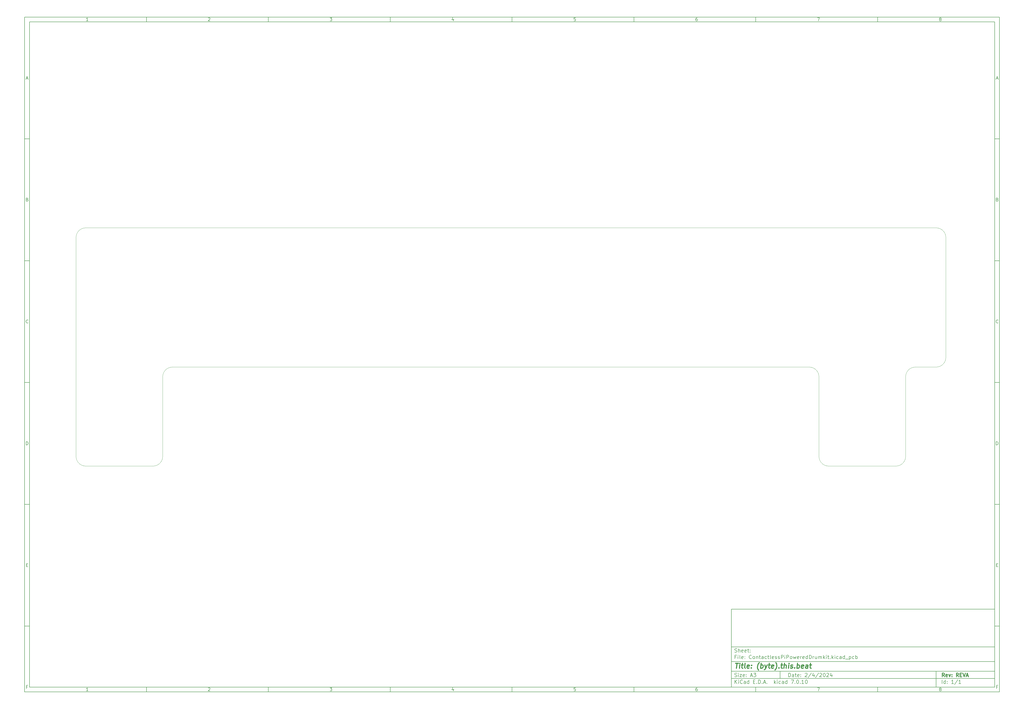
<source format=gbr>
%TF.GenerationSoftware,KiCad,Pcbnew,7.0.10*%
%TF.CreationDate,2024-02-05T23:16:51+00:00*%
%TF.ProjectId,ContactlessPiPoweredDrumkit,436f6e74-6163-4746-9c65-73735069506f,REVA*%
%TF.SameCoordinates,Original*%
%TF.FileFunction,Profile,NP*%
%FSLAX46Y46*%
G04 Gerber Fmt 4.6, Leading zero omitted, Abs format (unit mm)*
G04 Created by KiCad (PCBNEW 7.0.10) date 2024-02-05 23:16:51*
%MOMM*%
%LPD*%
G01*
G04 APERTURE LIST*
%ADD10C,0.100000*%
%ADD11C,0.150000*%
%ADD12C,0.300000*%
%ADD13C,0.400000*%
%TA.AperFunction,Profile*%
%ADD14C,0.100000*%
%TD*%
G04 APERTURE END LIST*
D10*
D11*
X299989000Y-253002200D02*
X407989000Y-253002200D01*
X407989000Y-285002200D01*
X299989000Y-285002200D01*
X299989000Y-253002200D01*
D10*
D11*
X10000000Y-10000000D02*
X409989000Y-10000000D01*
X409989000Y-287002200D01*
X10000000Y-287002200D01*
X10000000Y-10000000D01*
D10*
D11*
X12000000Y-12000000D02*
X407989000Y-12000000D01*
X407989000Y-285002200D01*
X12000000Y-285002200D01*
X12000000Y-12000000D01*
D10*
D11*
X60000000Y-12000000D02*
X60000000Y-10000000D01*
D10*
D11*
X110000000Y-12000000D02*
X110000000Y-10000000D01*
D10*
D11*
X160000000Y-12000000D02*
X160000000Y-10000000D01*
D10*
D11*
X210000000Y-12000000D02*
X210000000Y-10000000D01*
D10*
D11*
X260000000Y-12000000D02*
X260000000Y-10000000D01*
D10*
D11*
X310000000Y-12000000D02*
X310000000Y-10000000D01*
D10*
D11*
X360000000Y-12000000D02*
X360000000Y-10000000D01*
D10*
D11*
X36089160Y-11593604D02*
X35346303Y-11593604D01*
X35717731Y-11593604D02*
X35717731Y-10293604D01*
X35717731Y-10293604D02*
X35593922Y-10479319D01*
X35593922Y-10479319D02*
X35470112Y-10603128D01*
X35470112Y-10603128D02*
X35346303Y-10665033D01*
D10*
D11*
X85346303Y-10417414D02*
X85408207Y-10355509D01*
X85408207Y-10355509D02*
X85532017Y-10293604D01*
X85532017Y-10293604D02*
X85841541Y-10293604D01*
X85841541Y-10293604D02*
X85965350Y-10355509D01*
X85965350Y-10355509D02*
X86027255Y-10417414D01*
X86027255Y-10417414D02*
X86089160Y-10541223D01*
X86089160Y-10541223D02*
X86089160Y-10665033D01*
X86089160Y-10665033D02*
X86027255Y-10850747D01*
X86027255Y-10850747D02*
X85284398Y-11593604D01*
X85284398Y-11593604D02*
X86089160Y-11593604D01*
D10*
D11*
X135284398Y-10293604D02*
X136089160Y-10293604D01*
X136089160Y-10293604D02*
X135655826Y-10788842D01*
X135655826Y-10788842D02*
X135841541Y-10788842D01*
X135841541Y-10788842D02*
X135965350Y-10850747D01*
X135965350Y-10850747D02*
X136027255Y-10912652D01*
X136027255Y-10912652D02*
X136089160Y-11036461D01*
X136089160Y-11036461D02*
X136089160Y-11345985D01*
X136089160Y-11345985D02*
X136027255Y-11469795D01*
X136027255Y-11469795D02*
X135965350Y-11531700D01*
X135965350Y-11531700D02*
X135841541Y-11593604D01*
X135841541Y-11593604D02*
X135470112Y-11593604D01*
X135470112Y-11593604D02*
X135346303Y-11531700D01*
X135346303Y-11531700D02*
X135284398Y-11469795D01*
D10*
D11*
X185965350Y-10726938D02*
X185965350Y-11593604D01*
X185655826Y-10231700D02*
X185346303Y-11160271D01*
X185346303Y-11160271D02*
X186151064Y-11160271D01*
D10*
D11*
X236027255Y-10293604D02*
X235408207Y-10293604D01*
X235408207Y-10293604D02*
X235346303Y-10912652D01*
X235346303Y-10912652D02*
X235408207Y-10850747D01*
X235408207Y-10850747D02*
X235532017Y-10788842D01*
X235532017Y-10788842D02*
X235841541Y-10788842D01*
X235841541Y-10788842D02*
X235965350Y-10850747D01*
X235965350Y-10850747D02*
X236027255Y-10912652D01*
X236027255Y-10912652D02*
X236089160Y-11036461D01*
X236089160Y-11036461D02*
X236089160Y-11345985D01*
X236089160Y-11345985D02*
X236027255Y-11469795D01*
X236027255Y-11469795D02*
X235965350Y-11531700D01*
X235965350Y-11531700D02*
X235841541Y-11593604D01*
X235841541Y-11593604D02*
X235532017Y-11593604D01*
X235532017Y-11593604D02*
X235408207Y-11531700D01*
X235408207Y-11531700D02*
X235346303Y-11469795D01*
D10*
D11*
X285965350Y-10293604D02*
X285717731Y-10293604D01*
X285717731Y-10293604D02*
X285593922Y-10355509D01*
X285593922Y-10355509D02*
X285532017Y-10417414D01*
X285532017Y-10417414D02*
X285408207Y-10603128D01*
X285408207Y-10603128D02*
X285346303Y-10850747D01*
X285346303Y-10850747D02*
X285346303Y-11345985D01*
X285346303Y-11345985D02*
X285408207Y-11469795D01*
X285408207Y-11469795D02*
X285470112Y-11531700D01*
X285470112Y-11531700D02*
X285593922Y-11593604D01*
X285593922Y-11593604D02*
X285841541Y-11593604D01*
X285841541Y-11593604D02*
X285965350Y-11531700D01*
X285965350Y-11531700D02*
X286027255Y-11469795D01*
X286027255Y-11469795D02*
X286089160Y-11345985D01*
X286089160Y-11345985D02*
X286089160Y-11036461D01*
X286089160Y-11036461D02*
X286027255Y-10912652D01*
X286027255Y-10912652D02*
X285965350Y-10850747D01*
X285965350Y-10850747D02*
X285841541Y-10788842D01*
X285841541Y-10788842D02*
X285593922Y-10788842D01*
X285593922Y-10788842D02*
X285470112Y-10850747D01*
X285470112Y-10850747D02*
X285408207Y-10912652D01*
X285408207Y-10912652D02*
X285346303Y-11036461D01*
D10*
D11*
X335284398Y-10293604D02*
X336151064Y-10293604D01*
X336151064Y-10293604D02*
X335593922Y-11593604D01*
D10*
D11*
X385593922Y-10850747D02*
X385470112Y-10788842D01*
X385470112Y-10788842D02*
X385408207Y-10726938D01*
X385408207Y-10726938D02*
X385346303Y-10603128D01*
X385346303Y-10603128D02*
X385346303Y-10541223D01*
X385346303Y-10541223D02*
X385408207Y-10417414D01*
X385408207Y-10417414D02*
X385470112Y-10355509D01*
X385470112Y-10355509D02*
X385593922Y-10293604D01*
X385593922Y-10293604D02*
X385841541Y-10293604D01*
X385841541Y-10293604D02*
X385965350Y-10355509D01*
X385965350Y-10355509D02*
X386027255Y-10417414D01*
X386027255Y-10417414D02*
X386089160Y-10541223D01*
X386089160Y-10541223D02*
X386089160Y-10603128D01*
X386089160Y-10603128D02*
X386027255Y-10726938D01*
X386027255Y-10726938D02*
X385965350Y-10788842D01*
X385965350Y-10788842D02*
X385841541Y-10850747D01*
X385841541Y-10850747D02*
X385593922Y-10850747D01*
X385593922Y-10850747D02*
X385470112Y-10912652D01*
X385470112Y-10912652D02*
X385408207Y-10974557D01*
X385408207Y-10974557D02*
X385346303Y-11098366D01*
X385346303Y-11098366D02*
X385346303Y-11345985D01*
X385346303Y-11345985D02*
X385408207Y-11469795D01*
X385408207Y-11469795D02*
X385470112Y-11531700D01*
X385470112Y-11531700D02*
X385593922Y-11593604D01*
X385593922Y-11593604D02*
X385841541Y-11593604D01*
X385841541Y-11593604D02*
X385965350Y-11531700D01*
X385965350Y-11531700D02*
X386027255Y-11469795D01*
X386027255Y-11469795D02*
X386089160Y-11345985D01*
X386089160Y-11345985D02*
X386089160Y-11098366D01*
X386089160Y-11098366D02*
X386027255Y-10974557D01*
X386027255Y-10974557D02*
X385965350Y-10912652D01*
X385965350Y-10912652D02*
X385841541Y-10850747D01*
D10*
D11*
X60000000Y-285002200D02*
X60000000Y-287002200D01*
D10*
D11*
X110000000Y-285002200D02*
X110000000Y-287002200D01*
D10*
D11*
X160000000Y-285002200D02*
X160000000Y-287002200D01*
D10*
D11*
X210000000Y-285002200D02*
X210000000Y-287002200D01*
D10*
D11*
X260000000Y-285002200D02*
X260000000Y-287002200D01*
D10*
D11*
X310000000Y-285002200D02*
X310000000Y-287002200D01*
D10*
D11*
X360000000Y-285002200D02*
X360000000Y-287002200D01*
D10*
D11*
X36089160Y-286595804D02*
X35346303Y-286595804D01*
X35717731Y-286595804D02*
X35717731Y-285295804D01*
X35717731Y-285295804D02*
X35593922Y-285481519D01*
X35593922Y-285481519D02*
X35470112Y-285605328D01*
X35470112Y-285605328D02*
X35346303Y-285667233D01*
D10*
D11*
X85346303Y-285419614D02*
X85408207Y-285357709D01*
X85408207Y-285357709D02*
X85532017Y-285295804D01*
X85532017Y-285295804D02*
X85841541Y-285295804D01*
X85841541Y-285295804D02*
X85965350Y-285357709D01*
X85965350Y-285357709D02*
X86027255Y-285419614D01*
X86027255Y-285419614D02*
X86089160Y-285543423D01*
X86089160Y-285543423D02*
X86089160Y-285667233D01*
X86089160Y-285667233D02*
X86027255Y-285852947D01*
X86027255Y-285852947D02*
X85284398Y-286595804D01*
X85284398Y-286595804D02*
X86089160Y-286595804D01*
D10*
D11*
X135284398Y-285295804D02*
X136089160Y-285295804D01*
X136089160Y-285295804D02*
X135655826Y-285791042D01*
X135655826Y-285791042D02*
X135841541Y-285791042D01*
X135841541Y-285791042D02*
X135965350Y-285852947D01*
X135965350Y-285852947D02*
X136027255Y-285914852D01*
X136027255Y-285914852D02*
X136089160Y-286038661D01*
X136089160Y-286038661D02*
X136089160Y-286348185D01*
X136089160Y-286348185D02*
X136027255Y-286471995D01*
X136027255Y-286471995D02*
X135965350Y-286533900D01*
X135965350Y-286533900D02*
X135841541Y-286595804D01*
X135841541Y-286595804D02*
X135470112Y-286595804D01*
X135470112Y-286595804D02*
X135346303Y-286533900D01*
X135346303Y-286533900D02*
X135284398Y-286471995D01*
D10*
D11*
X185965350Y-285729138D02*
X185965350Y-286595804D01*
X185655826Y-285233900D02*
X185346303Y-286162471D01*
X185346303Y-286162471D02*
X186151064Y-286162471D01*
D10*
D11*
X236027255Y-285295804D02*
X235408207Y-285295804D01*
X235408207Y-285295804D02*
X235346303Y-285914852D01*
X235346303Y-285914852D02*
X235408207Y-285852947D01*
X235408207Y-285852947D02*
X235532017Y-285791042D01*
X235532017Y-285791042D02*
X235841541Y-285791042D01*
X235841541Y-285791042D02*
X235965350Y-285852947D01*
X235965350Y-285852947D02*
X236027255Y-285914852D01*
X236027255Y-285914852D02*
X236089160Y-286038661D01*
X236089160Y-286038661D02*
X236089160Y-286348185D01*
X236089160Y-286348185D02*
X236027255Y-286471995D01*
X236027255Y-286471995D02*
X235965350Y-286533900D01*
X235965350Y-286533900D02*
X235841541Y-286595804D01*
X235841541Y-286595804D02*
X235532017Y-286595804D01*
X235532017Y-286595804D02*
X235408207Y-286533900D01*
X235408207Y-286533900D02*
X235346303Y-286471995D01*
D10*
D11*
X285965350Y-285295804D02*
X285717731Y-285295804D01*
X285717731Y-285295804D02*
X285593922Y-285357709D01*
X285593922Y-285357709D02*
X285532017Y-285419614D01*
X285532017Y-285419614D02*
X285408207Y-285605328D01*
X285408207Y-285605328D02*
X285346303Y-285852947D01*
X285346303Y-285852947D02*
X285346303Y-286348185D01*
X285346303Y-286348185D02*
X285408207Y-286471995D01*
X285408207Y-286471995D02*
X285470112Y-286533900D01*
X285470112Y-286533900D02*
X285593922Y-286595804D01*
X285593922Y-286595804D02*
X285841541Y-286595804D01*
X285841541Y-286595804D02*
X285965350Y-286533900D01*
X285965350Y-286533900D02*
X286027255Y-286471995D01*
X286027255Y-286471995D02*
X286089160Y-286348185D01*
X286089160Y-286348185D02*
X286089160Y-286038661D01*
X286089160Y-286038661D02*
X286027255Y-285914852D01*
X286027255Y-285914852D02*
X285965350Y-285852947D01*
X285965350Y-285852947D02*
X285841541Y-285791042D01*
X285841541Y-285791042D02*
X285593922Y-285791042D01*
X285593922Y-285791042D02*
X285470112Y-285852947D01*
X285470112Y-285852947D02*
X285408207Y-285914852D01*
X285408207Y-285914852D02*
X285346303Y-286038661D01*
D10*
D11*
X335284398Y-285295804D02*
X336151064Y-285295804D01*
X336151064Y-285295804D02*
X335593922Y-286595804D01*
D10*
D11*
X385593922Y-285852947D02*
X385470112Y-285791042D01*
X385470112Y-285791042D02*
X385408207Y-285729138D01*
X385408207Y-285729138D02*
X385346303Y-285605328D01*
X385346303Y-285605328D02*
X385346303Y-285543423D01*
X385346303Y-285543423D02*
X385408207Y-285419614D01*
X385408207Y-285419614D02*
X385470112Y-285357709D01*
X385470112Y-285357709D02*
X385593922Y-285295804D01*
X385593922Y-285295804D02*
X385841541Y-285295804D01*
X385841541Y-285295804D02*
X385965350Y-285357709D01*
X385965350Y-285357709D02*
X386027255Y-285419614D01*
X386027255Y-285419614D02*
X386089160Y-285543423D01*
X386089160Y-285543423D02*
X386089160Y-285605328D01*
X386089160Y-285605328D02*
X386027255Y-285729138D01*
X386027255Y-285729138D02*
X385965350Y-285791042D01*
X385965350Y-285791042D02*
X385841541Y-285852947D01*
X385841541Y-285852947D02*
X385593922Y-285852947D01*
X385593922Y-285852947D02*
X385470112Y-285914852D01*
X385470112Y-285914852D02*
X385408207Y-285976757D01*
X385408207Y-285976757D02*
X385346303Y-286100566D01*
X385346303Y-286100566D02*
X385346303Y-286348185D01*
X385346303Y-286348185D02*
X385408207Y-286471995D01*
X385408207Y-286471995D02*
X385470112Y-286533900D01*
X385470112Y-286533900D02*
X385593922Y-286595804D01*
X385593922Y-286595804D02*
X385841541Y-286595804D01*
X385841541Y-286595804D02*
X385965350Y-286533900D01*
X385965350Y-286533900D02*
X386027255Y-286471995D01*
X386027255Y-286471995D02*
X386089160Y-286348185D01*
X386089160Y-286348185D02*
X386089160Y-286100566D01*
X386089160Y-286100566D02*
X386027255Y-285976757D01*
X386027255Y-285976757D02*
X385965350Y-285914852D01*
X385965350Y-285914852D02*
X385841541Y-285852947D01*
D10*
D11*
X10000000Y-60000000D02*
X12000000Y-60000000D01*
D10*
D11*
X10000000Y-110000000D02*
X12000000Y-110000000D01*
D10*
D11*
X10000000Y-160000000D02*
X12000000Y-160000000D01*
D10*
D11*
X10000000Y-210000000D02*
X12000000Y-210000000D01*
D10*
D11*
X10000000Y-260000000D02*
X12000000Y-260000000D01*
D10*
D11*
X10690476Y-35222176D02*
X11309523Y-35222176D01*
X10566666Y-35593604D02*
X10999999Y-34293604D01*
X10999999Y-34293604D02*
X11433333Y-35593604D01*
D10*
D11*
X11092857Y-84912652D02*
X11278571Y-84974557D01*
X11278571Y-84974557D02*
X11340476Y-85036461D01*
X11340476Y-85036461D02*
X11402380Y-85160271D01*
X11402380Y-85160271D02*
X11402380Y-85345985D01*
X11402380Y-85345985D02*
X11340476Y-85469795D01*
X11340476Y-85469795D02*
X11278571Y-85531700D01*
X11278571Y-85531700D02*
X11154761Y-85593604D01*
X11154761Y-85593604D02*
X10659523Y-85593604D01*
X10659523Y-85593604D02*
X10659523Y-84293604D01*
X10659523Y-84293604D02*
X11092857Y-84293604D01*
X11092857Y-84293604D02*
X11216666Y-84355509D01*
X11216666Y-84355509D02*
X11278571Y-84417414D01*
X11278571Y-84417414D02*
X11340476Y-84541223D01*
X11340476Y-84541223D02*
X11340476Y-84665033D01*
X11340476Y-84665033D02*
X11278571Y-84788842D01*
X11278571Y-84788842D02*
X11216666Y-84850747D01*
X11216666Y-84850747D02*
X11092857Y-84912652D01*
X11092857Y-84912652D02*
X10659523Y-84912652D01*
D10*
D11*
X11402380Y-135469795D02*
X11340476Y-135531700D01*
X11340476Y-135531700D02*
X11154761Y-135593604D01*
X11154761Y-135593604D02*
X11030952Y-135593604D01*
X11030952Y-135593604D02*
X10845238Y-135531700D01*
X10845238Y-135531700D02*
X10721428Y-135407890D01*
X10721428Y-135407890D02*
X10659523Y-135284080D01*
X10659523Y-135284080D02*
X10597619Y-135036461D01*
X10597619Y-135036461D02*
X10597619Y-134850747D01*
X10597619Y-134850747D02*
X10659523Y-134603128D01*
X10659523Y-134603128D02*
X10721428Y-134479319D01*
X10721428Y-134479319D02*
X10845238Y-134355509D01*
X10845238Y-134355509D02*
X11030952Y-134293604D01*
X11030952Y-134293604D02*
X11154761Y-134293604D01*
X11154761Y-134293604D02*
X11340476Y-134355509D01*
X11340476Y-134355509D02*
X11402380Y-134417414D01*
D10*
D11*
X10659523Y-185593604D02*
X10659523Y-184293604D01*
X10659523Y-184293604D02*
X10969047Y-184293604D01*
X10969047Y-184293604D02*
X11154761Y-184355509D01*
X11154761Y-184355509D02*
X11278571Y-184479319D01*
X11278571Y-184479319D02*
X11340476Y-184603128D01*
X11340476Y-184603128D02*
X11402380Y-184850747D01*
X11402380Y-184850747D02*
X11402380Y-185036461D01*
X11402380Y-185036461D02*
X11340476Y-185284080D01*
X11340476Y-185284080D02*
X11278571Y-185407890D01*
X11278571Y-185407890D02*
X11154761Y-185531700D01*
X11154761Y-185531700D02*
X10969047Y-185593604D01*
X10969047Y-185593604D02*
X10659523Y-185593604D01*
D10*
D11*
X10721428Y-234912652D02*
X11154762Y-234912652D01*
X11340476Y-235593604D02*
X10721428Y-235593604D01*
X10721428Y-235593604D02*
X10721428Y-234293604D01*
X10721428Y-234293604D02*
X11340476Y-234293604D01*
D10*
D11*
X11185714Y-284912652D02*
X10752380Y-284912652D01*
X10752380Y-285593604D02*
X10752380Y-284293604D01*
X10752380Y-284293604D02*
X11371428Y-284293604D01*
D10*
D11*
X409989000Y-60000000D02*
X407989000Y-60000000D01*
D10*
D11*
X409989000Y-110000000D02*
X407989000Y-110000000D01*
D10*
D11*
X409989000Y-160000000D02*
X407989000Y-160000000D01*
D10*
D11*
X409989000Y-210000000D02*
X407989000Y-210000000D01*
D10*
D11*
X409989000Y-260000000D02*
X407989000Y-260000000D01*
D10*
D11*
X408679476Y-35222176D02*
X409298523Y-35222176D01*
X408555666Y-35593604D02*
X408988999Y-34293604D01*
X408988999Y-34293604D02*
X409422333Y-35593604D01*
D10*
D11*
X409081857Y-84912652D02*
X409267571Y-84974557D01*
X409267571Y-84974557D02*
X409329476Y-85036461D01*
X409329476Y-85036461D02*
X409391380Y-85160271D01*
X409391380Y-85160271D02*
X409391380Y-85345985D01*
X409391380Y-85345985D02*
X409329476Y-85469795D01*
X409329476Y-85469795D02*
X409267571Y-85531700D01*
X409267571Y-85531700D02*
X409143761Y-85593604D01*
X409143761Y-85593604D02*
X408648523Y-85593604D01*
X408648523Y-85593604D02*
X408648523Y-84293604D01*
X408648523Y-84293604D02*
X409081857Y-84293604D01*
X409081857Y-84293604D02*
X409205666Y-84355509D01*
X409205666Y-84355509D02*
X409267571Y-84417414D01*
X409267571Y-84417414D02*
X409329476Y-84541223D01*
X409329476Y-84541223D02*
X409329476Y-84665033D01*
X409329476Y-84665033D02*
X409267571Y-84788842D01*
X409267571Y-84788842D02*
X409205666Y-84850747D01*
X409205666Y-84850747D02*
X409081857Y-84912652D01*
X409081857Y-84912652D02*
X408648523Y-84912652D01*
D10*
D11*
X409391380Y-135469795D02*
X409329476Y-135531700D01*
X409329476Y-135531700D02*
X409143761Y-135593604D01*
X409143761Y-135593604D02*
X409019952Y-135593604D01*
X409019952Y-135593604D02*
X408834238Y-135531700D01*
X408834238Y-135531700D02*
X408710428Y-135407890D01*
X408710428Y-135407890D02*
X408648523Y-135284080D01*
X408648523Y-135284080D02*
X408586619Y-135036461D01*
X408586619Y-135036461D02*
X408586619Y-134850747D01*
X408586619Y-134850747D02*
X408648523Y-134603128D01*
X408648523Y-134603128D02*
X408710428Y-134479319D01*
X408710428Y-134479319D02*
X408834238Y-134355509D01*
X408834238Y-134355509D02*
X409019952Y-134293604D01*
X409019952Y-134293604D02*
X409143761Y-134293604D01*
X409143761Y-134293604D02*
X409329476Y-134355509D01*
X409329476Y-134355509D02*
X409391380Y-134417414D01*
D10*
D11*
X408648523Y-185593604D02*
X408648523Y-184293604D01*
X408648523Y-184293604D02*
X408958047Y-184293604D01*
X408958047Y-184293604D02*
X409143761Y-184355509D01*
X409143761Y-184355509D02*
X409267571Y-184479319D01*
X409267571Y-184479319D02*
X409329476Y-184603128D01*
X409329476Y-184603128D02*
X409391380Y-184850747D01*
X409391380Y-184850747D02*
X409391380Y-185036461D01*
X409391380Y-185036461D02*
X409329476Y-185284080D01*
X409329476Y-185284080D02*
X409267571Y-185407890D01*
X409267571Y-185407890D02*
X409143761Y-185531700D01*
X409143761Y-185531700D02*
X408958047Y-185593604D01*
X408958047Y-185593604D02*
X408648523Y-185593604D01*
D10*
D11*
X408710428Y-234912652D02*
X409143762Y-234912652D01*
X409329476Y-235593604D02*
X408710428Y-235593604D01*
X408710428Y-235593604D02*
X408710428Y-234293604D01*
X408710428Y-234293604D02*
X409329476Y-234293604D01*
D10*
D11*
X409174714Y-284912652D02*
X408741380Y-284912652D01*
X408741380Y-285593604D02*
X408741380Y-284293604D01*
X408741380Y-284293604D02*
X409360428Y-284293604D01*
D10*
D11*
X323444826Y-280788328D02*
X323444826Y-279288328D01*
X323444826Y-279288328D02*
X323801969Y-279288328D01*
X323801969Y-279288328D02*
X324016255Y-279359757D01*
X324016255Y-279359757D02*
X324159112Y-279502614D01*
X324159112Y-279502614D02*
X324230541Y-279645471D01*
X324230541Y-279645471D02*
X324301969Y-279931185D01*
X324301969Y-279931185D02*
X324301969Y-280145471D01*
X324301969Y-280145471D02*
X324230541Y-280431185D01*
X324230541Y-280431185D02*
X324159112Y-280574042D01*
X324159112Y-280574042D02*
X324016255Y-280716900D01*
X324016255Y-280716900D02*
X323801969Y-280788328D01*
X323801969Y-280788328D02*
X323444826Y-280788328D01*
X325587684Y-280788328D02*
X325587684Y-280002614D01*
X325587684Y-280002614D02*
X325516255Y-279859757D01*
X325516255Y-279859757D02*
X325373398Y-279788328D01*
X325373398Y-279788328D02*
X325087684Y-279788328D01*
X325087684Y-279788328D02*
X324944826Y-279859757D01*
X325587684Y-280716900D02*
X325444826Y-280788328D01*
X325444826Y-280788328D02*
X325087684Y-280788328D01*
X325087684Y-280788328D02*
X324944826Y-280716900D01*
X324944826Y-280716900D02*
X324873398Y-280574042D01*
X324873398Y-280574042D02*
X324873398Y-280431185D01*
X324873398Y-280431185D02*
X324944826Y-280288328D01*
X324944826Y-280288328D02*
X325087684Y-280216900D01*
X325087684Y-280216900D02*
X325444826Y-280216900D01*
X325444826Y-280216900D02*
X325587684Y-280145471D01*
X326087684Y-279788328D02*
X326659112Y-279788328D01*
X326301969Y-279288328D02*
X326301969Y-280574042D01*
X326301969Y-280574042D02*
X326373398Y-280716900D01*
X326373398Y-280716900D02*
X326516255Y-280788328D01*
X326516255Y-280788328D02*
X326659112Y-280788328D01*
X327730541Y-280716900D02*
X327587684Y-280788328D01*
X327587684Y-280788328D02*
X327301970Y-280788328D01*
X327301970Y-280788328D02*
X327159112Y-280716900D01*
X327159112Y-280716900D02*
X327087684Y-280574042D01*
X327087684Y-280574042D02*
X327087684Y-280002614D01*
X327087684Y-280002614D02*
X327159112Y-279859757D01*
X327159112Y-279859757D02*
X327301970Y-279788328D01*
X327301970Y-279788328D02*
X327587684Y-279788328D01*
X327587684Y-279788328D02*
X327730541Y-279859757D01*
X327730541Y-279859757D02*
X327801970Y-280002614D01*
X327801970Y-280002614D02*
X327801970Y-280145471D01*
X327801970Y-280145471D02*
X327087684Y-280288328D01*
X328444826Y-280645471D02*
X328516255Y-280716900D01*
X328516255Y-280716900D02*
X328444826Y-280788328D01*
X328444826Y-280788328D02*
X328373398Y-280716900D01*
X328373398Y-280716900D02*
X328444826Y-280645471D01*
X328444826Y-280645471D02*
X328444826Y-280788328D01*
X328444826Y-279859757D02*
X328516255Y-279931185D01*
X328516255Y-279931185D02*
X328444826Y-280002614D01*
X328444826Y-280002614D02*
X328373398Y-279931185D01*
X328373398Y-279931185D02*
X328444826Y-279859757D01*
X328444826Y-279859757D02*
X328444826Y-280002614D01*
X330230541Y-279431185D02*
X330301969Y-279359757D01*
X330301969Y-279359757D02*
X330444827Y-279288328D01*
X330444827Y-279288328D02*
X330801969Y-279288328D01*
X330801969Y-279288328D02*
X330944827Y-279359757D01*
X330944827Y-279359757D02*
X331016255Y-279431185D01*
X331016255Y-279431185D02*
X331087684Y-279574042D01*
X331087684Y-279574042D02*
X331087684Y-279716900D01*
X331087684Y-279716900D02*
X331016255Y-279931185D01*
X331016255Y-279931185D02*
X330159112Y-280788328D01*
X330159112Y-280788328D02*
X331087684Y-280788328D01*
X332801969Y-279216900D02*
X331516255Y-281145471D01*
X333944827Y-279788328D02*
X333944827Y-280788328D01*
X333587684Y-279216900D02*
X333230541Y-280288328D01*
X333230541Y-280288328D02*
X334159112Y-280288328D01*
X335801969Y-279216900D02*
X334516255Y-281145471D01*
X336230541Y-279431185D02*
X336301969Y-279359757D01*
X336301969Y-279359757D02*
X336444827Y-279288328D01*
X336444827Y-279288328D02*
X336801969Y-279288328D01*
X336801969Y-279288328D02*
X336944827Y-279359757D01*
X336944827Y-279359757D02*
X337016255Y-279431185D01*
X337016255Y-279431185D02*
X337087684Y-279574042D01*
X337087684Y-279574042D02*
X337087684Y-279716900D01*
X337087684Y-279716900D02*
X337016255Y-279931185D01*
X337016255Y-279931185D02*
X336159112Y-280788328D01*
X336159112Y-280788328D02*
X337087684Y-280788328D01*
X338016255Y-279288328D02*
X338159112Y-279288328D01*
X338159112Y-279288328D02*
X338301969Y-279359757D01*
X338301969Y-279359757D02*
X338373398Y-279431185D01*
X338373398Y-279431185D02*
X338444826Y-279574042D01*
X338444826Y-279574042D02*
X338516255Y-279859757D01*
X338516255Y-279859757D02*
X338516255Y-280216900D01*
X338516255Y-280216900D02*
X338444826Y-280502614D01*
X338444826Y-280502614D02*
X338373398Y-280645471D01*
X338373398Y-280645471D02*
X338301969Y-280716900D01*
X338301969Y-280716900D02*
X338159112Y-280788328D01*
X338159112Y-280788328D02*
X338016255Y-280788328D01*
X338016255Y-280788328D02*
X337873398Y-280716900D01*
X337873398Y-280716900D02*
X337801969Y-280645471D01*
X337801969Y-280645471D02*
X337730540Y-280502614D01*
X337730540Y-280502614D02*
X337659112Y-280216900D01*
X337659112Y-280216900D02*
X337659112Y-279859757D01*
X337659112Y-279859757D02*
X337730540Y-279574042D01*
X337730540Y-279574042D02*
X337801969Y-279431185D01*
X337801969Y-279431185D02*
X337873398Y-279359757D01*
X337873398Y-279359757D02*
X338016255Y-279288328D01*
X339087683Y-279431185D02*
X339159111Y-279359757D01*
X339159111Y-279359757D02*
X339301969Y-279288328D01*
X339301969Y-279288328D02*
X339659111Y-279288328D01*
X339659111Y-279288328D02*
X339801969Y-279359757D01*
X339801969Y-279359757D02*
X339873397Y-279431185D01*
X339873397Y-279431185D02*
X339944826Y-279574042D01*
X339944826Y-279574042D02*
X339944826Y-279716900D01*
X339944826Y-279716900D02*
X339873397Y-279931185D01*
X339873397Y-279931185D02*
X339016254Y-280788328D01*
X339016254Y-280788328D02*
X339944826Y-280788328D01*
X341230540Y-279788328D02*
X341230540Y-280788328D01*
X340873397Y-279216900D02*
X340516254Y-280288328D01*
X340516254Y-280288328D02*
X341444825Y-280288328D01*
D10*
D11*
X299989000Y-281502200D02*
X407989000Y-281502200D01*
D10*
D11*
X301444826Y-283588328D02*
X301444826Y-282088328D01*
X302301969Y-283588328D02*
X301659112Y-282731185D01*
X302301969Y-282088328D02*
X301444826Y-282945471D01*
X302944826Y-283588328D02*
X302944826Y-282588328D01*
X302944826Y-282088328D02*
X302873398Y-282159757D01*
X302873398Y-282159757D02*
X302944826Y-282231185D01*
X302944826Y-282231185D02*
X303016255Y-282159757D01*
X303016255Y-282159757D02*
X302944826Y-282088328D01*
X302944826Y-282088328D02*
X302944826Y-282231185D01*
X304516255Y-283445471D02*
X304444827Y-283516900D01*
X304444827Y-283516900D02*
X304230541Y-283588328D01*
X304230541Y-283588328D02*
X304087684Y-283588328D01*
X304087684Y-283588328D02*
X303873398Y-283516900D01*
X303873398Y-283516900D02*
X303730541Y-283374042D01*
X303730541Y-283374042D02*
X303659112Y-283231185D01*
X303659112Y-283231185D02*
X303587684Y-282945471D01*
X303587684Y-282945471D02*
X303587684Y-282731185D01*
X303587684Y-282731185D02*
X303659112Y-282445471D01*
X303659112Y-282445471D02*
X303730541Y-282302614D01*
X303730541Y-282302614D02*
X303873398Y-282159757D01*
X303873398Y-282159757D02*
X304087684Y-282088328D01*
X304087684Y-282088328D02*
X304230541Y-282088328D01*
X304230541Y-282088328D02*
X304444827Y-282159757D01*
X304444827Y-282159757D02*
X304516255Y-282231185D01*
X305801970Y-283588328D02*
X305801970Y-282802614D01*
X305801970Y-282802614D02*
X305730541Y-282659757D01*
X305730541Y-282659757D02*
X305587684Y-282588328D01*
X305587684Y-282588328D02*
X305301970Y-282588328D01*
X305301970Y-282588328D02*
X305159112Y-282659757D01*
X305801970Y-283516900D02*
X305659112Y-283588328D01*
X305659112Y-283588328D02*
X305301970Y-283588328D01*
X305301970Y-283588328D02*
X305159112Y-283516900D01*
X305159112Y-283516900D02*
X305087684Y-283374042D01*
X305087684Y-283374042D02*
X305087684Y-283231185D01*
X305087684Y-283231185D02*
X305159112Y-283088328D01*
X305159112Y-283088328D02*
X305301970Y-283016900D01*
X305301970Y-283016900D02*
X305659112Y-283016900D01*
X305659112Y-283016900D02*
X305801970Y-282945471D01*
X307159113Y-283588328D02*
X307159113Y-282088328D01*
X307159113Y-283516900D02*
X307016255Y-283588328D01*
X307016255Y-283588328D02*
X306730541Y-283588328D01*
X306730541Y-283588328D02*
X306587684Y-283516900D01*
X306587684Y-283516900D02*
X306516255Y-283445471D01*
X306516255Y-283445471D02*
X306444827Y-283302614D01*
X306444827Y-283302614D02*
X306444827Y-282874042D01*
X306444827Y-282874042D02*
X306516255Y-282731185D01*
X306516255Y-282731185D02*
X306587684Y-282659757D01*
X306587684Y-282659757D02*
X306730541Y-282588328D01*
X306730541Y-282588328D02*
X307016255Y-282588328D01*
X307016255Y-282588328D02*
X307159113Y-282659757D01*
X309016255Y-282802614D02*
X309516255Y-282802614D01*
X309730541Y-283588328D02*
X309016255Y-283588328D01*
X309016255Y-283588328D02*
X309016255Y-282088328D01*
X309016255Y-282088328D02*
X309730541Y-282088328D01*
X310373398Y-283445471D02*
X310444827Y-283516900D01*
X310444827Y-283516900D02*
X310373398Y-283588328D01*
X310373398Y-283588328D02*
X310301970Y-283516900D01*
X310301970Y-283516900D02*
X310373398Y-283445471D01*
X310373398Y-283445471D02*
X310373398Y-283588328D01*
X311087684Y-283588328D02*
X311087684Y-282088328D01*
X311087684Y-282088328D02*
X311444827Y-282088328D01*
X311444827Y-282088328D02*
X311659113Y-282159757D01*
X311659113Y-282159757D02*
X311801970Y-282302614D01*
X311801970Y-282302614D02*
X311873399Y-282445471D01*
X311873399Y-282445471D02*
X311944827Y-282731185D01*
X311944827Y-282731185D02*
X311944827Y-282945471D01*
X311944827Y-282945471D02*
X311873399Y-283231185D01*
X311873399Y-283231185D02*
X311801970Y-283374042D01*
X311801970Y-283374042D02*
X311659113Y-283516900D01*
X311659113Y-283516900D02*
X311444827Y-283588328D01*
X311444827Y-283588328D02*
X311087684Y-283588328D01*
X312587684Y-283445471D02*
X312659113Y-283516900D01*
X312659113Y-283516900D02*
X312587684Y-283588328D01*
X312587684Y-283588328D02*
X312516256Y-283516900D01*
X312516256Y-283516900D02*
X312587684Y-283445471D01*
X312587684Y-283445471D02*
X312587684Y-283588328D01*
X313230542Y-283159757D02*
X313944828Y-283159757D01*
X313087685Y-283588328D02*
X313587685Y-282088328D01*
X313587685Y-282088328D02*
X314087685Y-283588328D01*
X314587684Y-283445471D02*
X314659113Y-283516900D01*
X314659113Y-283516900D02*
X314587684Y-283588328D01*
X314587684Y-283588328D02*
X314516256Y-283516900D01*
X314516256Y-283516900D02*
X314587684Y-283445471D01*
X314587684Y-283445471D02*
X314587684Y-283588328D01*
X317587684Y-283588328D02*
X317587684Y-282088328D01*
X317730542Y-283016900D02*
X318159113Y-283588328D01*
X318159113Y-282588328D02*
X317587684Y-283159757D01*
X318801970Y-283588328D02*
X318801970Y-282588328D01*
X318801970Y-282088328D02*
X318730542Y-282159757D01*
X318730542Y-282159757D02*
X318801970Y-282231185D01*
X318801970Y-282231185D02*
X318873399Y-282159757D01*
X318873399Y-282159757D02*
X318801970Y-282088328D01*
X318801970Y-282088328D02*
X318801970Y-282231185D01*
X320159114Y-283516900D02*
X320016256Y-283588328D01*
X320016256Y-283588328D02*
X319730542Y-283588328D01*
X319730542Y-283588328D02*
X319587685Y-283516900D01*
X319587685Y-283516900D02*
X319516256Y-283445471D01*
X319516256Y-283445471D02*
X319444828Y-283302614D01*
X319444828Y-283302614D02*
X319444828Y-282874042D01*
X319444828Y-282874042D02*
X319516256Y-282731185D01*
X319516256Y-282731185D02*
X319587685Y-282659757D01*
X319587685Y-282659757D02*
X319730542Y-282588328D01*
X319730542Y-282588328D02*
X320016256Y-282588328D01*
X320016256Y-282588328D02*
X320159114Y-282659757D01*
X321444828Y-283588328D02*
X321444828Y-282802614D01*
X321444828Y-282802614D02*
X321373399Y-282659757D01*
X321373399Y-282659757D02*
X321230542Y-282588328D01*
X321230542Y-282588328D02*
X320944828Y-282588328D01*
X320944828Y-282588328D02*
X320801970Y-282659757D01*
X321444828Y-283516900D02*
X321301970Y-283588328D01*
X321301970Y-283588328D02*
X320944828Y-283588328D01*
X320944828Y-283588328D02*
X320801970Y-283516900D01*
X320801970Y-283516900D02*
X320730542Y-283374042D01*
X320730542Y-283374042D02*
X320730542Y-283231185D01*
X320730542Y-283231185D02*
X320801970Y-283088328D01*
X320801970Y-283088328D02*
X320944828Y-283016900D01*
X320944828Y-283016900D02*
X321301970Y-283016900D01*
X321301970Y-283016900D02*
X321444828Y-282945471D01*
X322801971Y-283588328D02*
X322801971Y-282088328D01*
X322801971Y-283516900D02*
X322659113Y-283588328D01*
X322659113Y-283588328D02*
X322373399Y-283588328D01*
X322373399Y-283588328D02*
X322230542Y-283516900D01*
X322230542Y-283516900D02*
X322159113Y-283445471D01*
X322159113Y-283445471D02*
X322087685Y-283302614D01*
X322087685Y-283302614D02*
X322087685Y-282874042D01*
X322087685Y-282874042D02*
X322159113Y-282731185D01*
X322159113Y-282731185D02*
X322230542Y-282659757D01*
X322230542Y-282659757D02*
X322373399Y-282588328D01*
X322373399Y-282588328D02*
X322659113Y-282588328D01*
X322659113Y-282588328D02*
X322801971Y-282659757D01*
X324516256Y-282088328D02*
X325516256Y-282088328D01*
X325516256Y-282088328D02*
X324873399Y-283588328D01*
X326087684Y-283445471D02*
X326159113Y-283516900D01*
X326159113Y-283516900D02*
X326087684Y-283588328D01*
X326087684Y-283588328D02*
X326016256Y-283516900D01*
X326016256Y-283516900D02*
X326087684Y-283445471D01*
X326087684Y-283445471D02*
X326087684Y-283588328D01*
X327087685Y-282088328D02*
X327230542Y-282088328D01*
X327230542Y-282088328D02*
X327373399Y-282159757D01*
X327373399Y-282159757D02*
X327444828Y-282231185D01*
X327444828Y-282231185D02*
X327516256Y-282374042D01*
X327516256Y-282374042D02*
X327587685Y-282659757D01*
X327587685Y-282659757D02*
X327587685Y-283016900D01*
X327587685Y-283016900D02*
X327516256Y-283302614D01*
X327516256Y-283302614D02*
X327444828Y-283445471D01*
X327444828Y-283445471D02*
X327373399Y-283516900D01*
X327373399Y-283516900D02*
X327230542Y-283588328D01*
X327230542Y-283588328D02*
X327087685Y-283588328D01*
X327087685Y-283588328D02*
X326944828Y-283516900D01*
X326944828Y-283516900D02*
X326873399Y-283445471D01*
X326873399Y-283445471D02*
X326801970Y-283302614D01*
X326801970Y-283302614D02*
X326730542Y-283016900D01*
X326730542Y-283016900D02*
X326730542Y-282659757D01*
X326730542Y-282659757D02*
X326801970Y-282374042D01*
X326801970Y-282374042D02*
X326873399Y-282231185D01*
X326873399Y-282231185D02*
X326944828Y-282159757D01*
X326944828Y-282159757D02*
X327087685Y-282088328D01*
X328230541Y-283445471D02*
X328301970Y-283516900D01*
X328301970Y-283516900D02*
X328230541Y-283588328D01*
X328230541Y-283588328D02*
X328159113Y-283516900D01*
X328159113Y-283516900D02*
X328230541Y-283445471D01*
X328230541Y-283445471D02*
X328230541Y-283588328D01*
X329730542Y-283588328D02*
X328873399Y-283588328D01*
X329301970Y-283588328D02*
X329301970Y-282088328D01*
X329301970Y-282088328D02*
X329159113Y-282302614D01*
X329159113Y-282302614D02*
X329016256Y-282445471D01*
X329016256Y-282445471D02*
X328873399Y-282516900D01*
X330659113Y-282088328D02*
X330801970Y-282088328D01*
X330801970Y-282088328D02*
X330944827Y-282159757D01*
X330944827Y-282159757D02*
X331016256Y-282231185D01*
X331016256Y-282231185D02*
X331087684Y-282374042D01*
X331087684Y-282374042D02*
X331159113Y-282659757D01*
X331159113Y-282659757D02*
X331159113Y-283016900D01*
X331159113Y-283016900D02*
X331087684Y-283302614D01*
X331087684Y-283302614D02*
X331016256Y-283445471D01*
X331016256Y-283445471D02*
X330944827Y-283516900D01*
X330944827Y-283516900D02*
X330801970Y-283588328D01*
X330801970Y-283588328D02*
X330659113Y-283588328D01*
X330659113Y-283588328D02*
X330516256Y-283516900D01*
X330516256Y-283516900D02*
X330444827Y-283445471D01*
X330444827Y-283445471D02*
X330373398Y-283302614D01*
X330373398Y-283302614D02*
X330301970Y-283016900D01*
X330301970Y-283016900D02*
X330301970Y-282659757D01*
X330301970Y-282659757D02*
X330373398Y-282374042D01*
X330373398Y-282374042D02*
X330444827Y-282231185D01*
X330444827Y-282231185D02*
X330516256Y-282159757D01*
X330516256Y-282159757D02*
X330659113Y-282088328D01*
D10*
D11*
X299989000Y-278502200D02*
X407989000Y-278502200D01*
D10*
D12*
X387400653Y-280780528D02*
X386900653Y-280066242D01*
X386543510Y-280780528D02*
X386543510Y-279280528D01*
X386543510Y-279280528D02*
X387114939Y-279280528D01*
X387114939Y-279280528D02*
X387257796Y-279351957D01*
X387257796Y-279351957D02*
X387329225Y-279423385D01*
X387329225Y-279423385D02*
X387400653Y-279566242D01*
X387400653Y-279566242D02*
X387400653Y-279780528D01*
X387400653Y-279780528D02*
X387329225Y-279923385D01*
X387329225Y-279923385D02*
X387257796Y-279994814D01*
X387257796Y-279994814D02*
X387114939Y-280066242D01*
X387114939Y-280066242D02*
X386543510Y-280066242D01*
X388614939Y-280709100D02*
X388472082Y-280780528D01*
X388472082Y-280780528D02*
X388186368Y-280780528D01*
X388186368Y-280780528D02*
X388043510Y-280709100D01*
X388043510Y-280709100D02*
X387972082Y-280566242D01*
X387972082Y-280566242D02*
X387972082Y-279994814D01*
X387972082Y-279994814D02*
X388043510Y-279851957D01*
X388043510Y-279851957D02*
X388186368Y-279780528D01*
X388186368Y-279780528D02*
X388472082Y-279780528D01*
X388472082Y-279780528D02*
X388614939Y-279851957D01*
X388614939Y-279851957D02*
X388686368Y-279994814D01*
X388686368Y-279994814D02*
X388686368Y-280137671D01*
X388686368Y-280137671D02*
X387972082Y-280280528D01*
X389186367Y-279780528D02*
X389543510Y-280780528D01*
X389543510Y-280780528D02*
X389900653Y-279780528D01*
X390472081Y-280637671D02*
X390543510Y-280709100D01*
X390543510Y-280709100D02*
X390472081Y-280780528D01*
X390472081Y-280780528D02*
X390400653Y-280709100D01*
X390400653Y-280709100D02*
X390472081Y-280637671D01*
X390472081Y-280637671D02*
X390472081Y-280780528D01*
X390472081Y-279851957D02*
X390543510Y-279923385D01*
X390543510Y-279923385D02*
X390472081Y-279994814D01*
X390472081Y-279994814D02*
X390400653Y-279923385D01*
X390400653Y-279923385D02*
X390472081Y-279851957D01*
X390472081Y-279851957D02*
X390472081Y-279994814D01*
X393186367Y-280780528D02*
X392686367Y-280066242D01*
X392329224Y-280780528D02*
X392329224Y-279280528D01*
X392329224Y-279280528D02*
X392900653Y-279280528D01*
X392900653Y-279280528D02*
X393043510Y-279351957D01*
X393043510Y-279351957D02*
X393114939Y-279423385D01*
X393114939Y-279423385D02*
X393186367Y-279566242D01*
X393186367Y-279566242D02*
X393186367Y-279780528D01*
X393186367Y-279780528D02*
X393114939Y-279923385D01*
X393114939Y-279923385D02*
X393043510Y-279994814D01*
X393043510Y-279994814D02*
X392900653Y-280066242D01*
X392900653Y-280066242D02*
X392329224Y-280066242D01*
X393829224Y-279994814D02*
X394329224Y-279994814D01*
X394543510Y-280780528D02*
X393829224Y-280780528D01*
X393829224Y-280780528D02*
X393829224Y-279280528D01*
X393829224Y-279280528D02*
X394543510Y-279280528D01*
X394972082Y-279280528D02*
X395472082Y-280780528D01*
X395472082Y-280780528D02*
X395972082Y-279280528D01*
X396400653Y-280351957D02*
X397114939Y-280351957D01*
X396257796Y-280780528D02*
X396757796Y-279280528D01*
X396757796Y-279280528D02*
X397257796Y-280780528D01*
D10*
D11*
X301373398Y-280716900D02*
X301587684Y-280788328D01*
X301587684Y-280788328D02*
X301944826Y-280788328D01*
X301944826Y-280788328D02*
X302087684Y-280716900D01*
X302087684Y-280716900D02*
X302159112Y-280645471D01*
X302159112Y-280645471D02*
X302230541Y-280502614D01*
X302230541Y-280502614D02*
X302230541Y-280359757D01*
X302230541Y-280359757D02*
X302159112Y-280216900D01*
X302159112Y-280216900D02*
X302087684Y-280145471D01*
X302087684Y-280145471D02*
X301944826Y-280074042D01*
X301944826Y-280074042D02*
X301659112Y-280002614D01*
X301659112Y-280002614D02*
X301516255Y-279931185D01*
X301516255Y-279931185D02*
X301444826Y-279859757D01*
X301444826Y-279859757D02*
X301373398Y-279716900D01*
X301373398Y-279716900D02*
X301373398Y-279574042D01*
X301373398Y-279574042D02*
X301444826Y-279431185D01*
X301444826Y-279431185D02*
X301516255Y-279359757D01*
X301516255Y-279359757D02*
X301659112Y-279288328D01*
X301659112Y-279288328D02*
X302016255Y-279288328D01*
X302016255Y-279288328D02*
X302230541Y-279359757D01*
X302873397Y-280788328D02*
X302873397Y-279788328D01*
X302873397Y-279288328D02*
X302801969Y-279359757D01*
X302801969Y-279359757D02*
X302873397Y-279431185D01*
X302873397Y-279431185D02*
X302944826Y-279359757D01*
X302944826Y-279359757D02*
X302873397Y-279288328D01*
X302873397Y-279288328D02*
X302873397Y-279431185D01*
X303444826Y-279788328D02*
X304230541Y-279788328D01*
X304230541Y-279788328D02*
X303444826Y-280788328D01*
X303444826Y-280788328D02*
X304230541Y-280788328D01*
X305373398Y-280716900D02*
X305230541Y-280788328D01*
X305230541Y-280788328D02*
X304944827Y-280788328D01*
X304944827Y-280788328D02*
X304801969Y-280716900D01*
X304801969Y-280716900D02*
X304730541Y-280574042D01*
X304730541Y-280574042D02*
X304730541Y-280002614D01*
X304730541Y-280002614D02*
X304801969Y-279859757D01*
X304801969Y-279859757D02*
X304944827Y-279788328D01*
X304944827Y-279788328D02*
X305230541Y-279788328D01*
X305230541Y-279788328D02*
X305373398Y-279859757D01*
X305373398Y-279859757D02*
X305444827Y-280002614D01*
X305444827Y-280002614D02*
X305444827Y-280145471D01*
X305444827Y-280145471D02*
X304730541Y-280288328D01*
X306087683Y-280645471D02*
X306159112Y-280716900D01*
X306159112Y-280716900D02*
X306087683Y-280788328D01*
X306087683Y-280788328D02*
X306016255Y-280716900D01*
X306016255Y-280716900D02*
X306087683Y-280645471D01*
X306087683Y-280645471D02*
X306087683Y-280788328D01*
X306087683Y-279859757D02*
X306159112Y-279931185D01*
X306159112Y-279931185D02*
X306087683Y-280002614D01*
X306087683Y-280002614D02*
X306016255Y-279931185D01*
X306016255Y-279931185D02*
X306087683Y-279859757D01*
X306087683Y-279859757D02*
X306087683Y-280002614D01*
X307873398Y-280359757D02*
X308587684Y-280359757D01*
X307730541Y-280788328D02*
X308230541Y-279288328D01*
X308230541Y-279288328D02*
X308730541Y-280788328D01*
X309087683Y-279288328D02*
X310016255Y-279288328D01*
X310016255Y-279288328D02*
X309516255Y-279859757D01*
X309516255Y-279859757D02*
X309730540Y-279859757D01*
X309730540Y-279859757D02*
X309873398Y-279931185D01*
X309873398Y-279931185D02*
X309944826Y-280002614D01*
X309944826Y-280002614D02*
X310016255Y-280145471D01*
X310016255Y-280145471D02*
X310016255Y-280502614D01*
X310016255Y-280502614D02*
X309944826Y-280645471D01*
X309944826Y-280645471D02*
X309873398Y-280716900D01*
X309873398Y-280716900D02*
X309730540Y-280788328D01*
X309730540Y-280788328D02*
X309301969Y-280788328D01*
X309301969Y-280788328D02*
X309159112Y-280716900D01*
X309159112Y-280716900D02*
X309087683Y-280645471D01*
D10*
D11*
X386444826Y-283588328D02*
X386444826Y-282088328D01*
X387801970Y-283588328D02*
X387801970Y-282088328D01*
X387801970Y-283516900D02*
X387659112Y-283588328D01*
X387659112Y-283588328D02*
X387373398Y-283588328D01*
X387373398Y-283588328D02*
X387230541Y-283516900D01*
X387230541Y-283516900D02*
X387159112Y-283445471D01*
X387159112Y-283445471D02*
X387087684Y-283302614D01*
X387087684Y-283302614D02*
X387087684Y-282874042D01*
X387087684Y-282874042D02*
X387159112Y-282731185D01*
X387159112Y-282731185D02*
X387230541Y-282659757D01*
X387230541Y-282659757D02*
X387373398Y-282588328D01*
X387373398Y-282588328D02*
X387659112Y-282588328D01*
X387659112Y-282588328D02*
X387801970Y-282659757D01*
X388516255Y-283445471D02*
X388587684Y-283516900D01*
X388587684Y-283516900D02*
X388516255Y-283588328D01*
X388516255Y-283588328D02*
X388444827Y-283516900D01*
X388444827Y-283516900D02*
X388516255Y-283445471D01*
X388516255Y-283445471D02*
X388516255Y-283588328D01*
X388516255Y-282659757D02*
X388587684Y-282731185D01*
X388587684Y-282731185D02*
X388516255Y-282802614D01*
X388516255Y-282802614D02*
X388444827Y-282731185D01*
X388444827Y-282731185D02*
X388516255Y-282659757D01*
X388516255Y-282659757D02*
X388516255Y-282802614D01*
X391159113Y-283588328D02*
X390301970Y-283588328D01*
X390730541Y-283588328D02*
X390730541Y-282088328D01*
X390730541Y-282088328D02*
X390587684Y-282302614D01*
X390587684Y-282302614D02*
X390444827Y-282445471D01*
X390444827Y-282445471D02*
X390301970Y-282516900D01*
X392873398Y-282016900D02*
X391587684Y-283945471D01*
X394159113Y-283588328D02*
X393301970Y-283588328D01*
X393730541Y-283588328D02*
X393730541Y-282088328D01*
X393730541Y-282088328D02*
X393587684Y-282302614D01*
X393587684Y-282302614D02*
X393444827Y-282445471D01*
X393444827Y-282445471D02*
X393301970Y-282516900D01*
D10*
D11*
X299989000Y-274502200D02*
X407989000Y-274502200D01*
D10*
D13*
X301680728Y-275206638D02*
X302823585Y-275206638D01*
X302002157Y-277206638D02*
X302252157Y-275206638D01*
X303240252Y-277206638D02*
X303406919Y-275873304D01*
X303490252Y-275206638D02*
X303383109Y-275301876D01*
X303383109Y-275301876D02*
X303466443Y-275397114D01*
X303466443Y-275397114D02*
X303573586Y-275301876D01*
X303573586Y-275301876D02*
X303490252Y-275206638D01*
X303490252Y-275206638D02*
X303466443Y-275397114D01*
X304073586Y-275873304D02*
X304835490Y-275873304D01*
X304442633Y-275206638D02*
X304228348Y-276920923D01*
X304228348Y-276920923D02*
X304299776Y-277111400D01*
X304299776Y-277111400D02*
X304478348Y-277206638D01*
X304478348Y-277206638D02*
X304668824Y-277206638D01*
X305621205Y-277206638D02*
X305442633Y-277111400D01*
X305442633Y-277111400D02*
X305371205Y-276920923D01*
X305371205Y-276920923D02*
X305585490Y-275206638D01*
X307156919Y-277111400D02*
X306954538Y-277206638D01*
X306954538Y-277206638D02*
X306573585Y-277206638D01*
X306573585Y-277206638D02*
X306395014Y-277111400D01*
X306395014Y-277111400D02*
X306323585Y-276920923D01*
X306323585Y-276920923D02*
X306418824Y-276159019D01*
X306418824Y-276159019D02*
X306537871Y-275968542D01*
X306537871Y-275968542D02*
X306740252Y-275873304D01*
X306740252Y-275873304D02*
X307121204Y-275873304D01*
X307121204Y-275873304D02*
X307299776Y-275968542D01*
X307299776Y-275968542D02*
X307371204Y-276159019D01*
X307371204Y-276159019D02*
X307347395Y-276349495D01*
X307347395Y-276349495D02*
X306371204Y-276539971D01*
X308121205Y-277016161D02*
X308204538Y-277111400D01*
X308204538Y-277111400D02*
X308097395Y-277206638D01*
X308097395Y-277206638D02*
X308014062Y-277111400D01*
X308014062Y-277111400D02*
X308121205Y-277016161D01*
X308121205Y-277016161D02*
X308097395Y-277206638D01*
X308252157Y-275968542D02*
X308335490Y-276063780D01*
X308335490Y-276063780D02*
X308228348Y-276159019D01*
X308228348Y-276159019D02*
X308145014Y-276063780D01*
X308145014Y-276063780D02*
X308252157Y-275968542D01*
X308252157Y-275968542D02*
X308228348Y-276159019D01*
X311049777Y-277968542D02*
X310966443Y-277873304D01*
X310966443Y-277873304D02*
X310811681Y-277587590D01*
X310811681Y-277587590D02*
X310740253Y-277397114D01*
X310740253Y-277397114D02*
X310680729Y-277111400D01*
X310680729Y-277111400D02*
X310645015Y-276635209D01*
X310645015Y-276635209D02*
X310692634Y-276254257D01*
X310692634Y-276254257D02*
X310847396Y-275778066D01*
X310847396Y-275778066D02*
X310978348Y-275492352D01*
X310978348Y-275492352D02*
X311097396Y-275301876D01*
X311097396Y-275301876D02*
X311323586Y-275016161D01*
X311323586Y-275016161D02*
X311430729Y-274920923D01*
X311906919Y-277206638D02*
X312156919Y-275206638D01*
X312061681Y-275968542D02*
X312264062Y-275873304D01*
X312264062Y-275873304D02*
X312645014Y-275873304D01*
X312645014Y-275873304D02*
X312823586Y-275968542D01*
X312823586Y-275968542D02*
X312906919Y-276063780D01*
X312906919Y-276063780D02*
X312978348Y-276254257D01*
X312978348Y-276254257D02*
X312906919Y-276825685D01*
X312906919Y-276825685D02*
X312787872Y-277016161D01*
X312787872Y-277016161D02*
X312680729Y-277111400D01*
X312680729Y-277111400D02*
X312478348Y-277206638D01*
X312478348Y-277206638D02*
X312097395Y-277206638D01*
X312097395Y-277206638D02*
X311918824Y-277111400D01*
X313692634Y-275873304D02*
X314002158Y-277206638D01*
X314645015Y-275873304D02*
X314002158Y-277206638D01*
X314002158Y-277206638D02*
X313752158Y-277682828D01*
X313752158Y-277682828D02*
X313645015Y-277778066D01*
X313645015Y-277778066D02*
X313442634Y-277873304D01*
X315121206Y-275873304D02*
X315883110Y-275873304D01*
X315490253Y-275206638D02*
X315275968Y-276920923D01*
X315275968Y-276920923D02*
X315347396Y-277111400D01*
X315347396Y-277111400D02*
X315525968Y-277206638D01*
X315525968Y-277206638D02*
X315716444Y-277206638D01*
X317156920Y-277111400D02*
X316954539Y-277206638D01*
X316954539Y-277206638D02*
X316573586Y-277206638D01*
X316573586Y-277206638D02*
X316395015Y-277111400D01*
X316395015Y-277111400D02*
X316323586Y-276920923D01*
X316323586Y-276920923D02*
X316418825Y-276159019D01*
X316418825Y-276159019D02*
X316537872Y-275968542D01*
X316537872Y-275968542D02*
X316740253Y-275873304D01*
X316740253Y-275873304D02*
X317121205Y-275873304D01*
X317121205Y-275873304D02*
X317299777Y-275968542D01*
X317299777Y-275968542D02*
X317371205Y-276159019D01*
X317371205Y-276159019D02*
X317347396Y-276349495D01*
X317347396Y-276349495D02*
X316371205Y-276539971D01*
X317811682Y-277968542D02*
X317918825Y-277873304D01*
X317918825Y-277873304D02*
X318145015Y-277587590D01*
X318145015Y-277587590D02*
X318264063Y-277397114D01*
X318264063Y-277397114D02*
X318395015Y-277111400D01*
X318395015Y-277111400D02*
X318549777Y-276635209D01*
X318549777Y-276635209D02*
X318597396Y-276254257D01*
X318597396Y-276254257D02*
X318561682Y-275778066D01*
X318561682Y-275778066D02*
X318502158Y-275492352D01*
X318502158Y-275492352D02*
X318430730Y-275301876D01*
X318430730Y-275301876D02*
X318275968Y-275016161D01*
X318275968Y-275016161D02*
X318192634Y-274920923D01*
X319454539Y-277016161D02*
X319537872Y-277111400D01*
X319537872Y-277111400D02*
X319430729Y-277206638D01*
X319430729Y-277206638D02*
X319347396Y-277111400D01*
X319347396Y-277111400D02*
X319454539Y-277016161D01*
X319454539Y-277016161D02*
X319430729Y-277206638D01*
X320264063Y-275873304D02*
X321025967Y-275873304D01*
X320633110Y-275206638D02*
X320418825Y-276920923D01*
X320418825Y-276920923D02*
X320490253Y-277111400D01*
X320490253Y-277111400D02*
X320668825Y-277206638D01*
X320668825Y-277206638D02*
X320859301Y-277206638D01*
X321525967Y-277206638D02*
X321775967Y-275206638D01*
X322383110Y-277206638D02*
X322514062Y-276159019D01*
X322514062Y-276159019D02*
X322442634Y-275968542D01*
X322442634Y-275968542D02*
X322264062Y-275873304D01*
X322264062Y-275873304D02*
X321978348Y-275873304D01*
X321978348Y-275873304D02*
X321775967Y-275968542D01*
X321775967Y-275968542D02*
X321668824Y-276063780D01*
X323335491Y-277206638D02*
X323502158Y-275873304D01*
X323585491Y-275206638D02*
X323478348Y-275301876D01*
X323478348Y-275301876D02*
X323561682Y-275397114D01*
X323561682Y-275397114D02*
X323668825Y-275301876D01*
X323668825Y-275301876D02*
X323585491Y-275206638D01*
X323585491Y-275206638D02*
X323561682Y-275397114D01*
X324204539Y-277111400D02*
X324383110Y-277206638D01*
X324383110Y-277206638D02*
X324764063Y-277206638D01*
X324764063Y-277206638D02*
X324966444Y-277111400D01*
X324966444Y-277111400D02*
X325085491Y-276920923D01*
X325085491Y-276920923D02*
X325097396Y-276825685D01*
X325097396Y-276825685D02*
X325025967Y-276635209D01*
X325025967Y-276635209D02*
X324847396Y-276539971D01*
X324847396Y-276539971D02*
X324561682Y-276539971D01*
X324561682Y-276539971D02*
X324383110Y-276444733D01*
X324383110Y-276444733D02*
X324311682Y-276254257D01*
X324311682Y-276254257D02*
X324323587Y-276159019D01*
X324323587Y-276159019D02*
X324442634Y-275968542D01*
X324442634Y-275968542D02*
X324645015Y-275873304D01*
X324645015Y-275873304D02*
X324930729Y-275873304D01*
X324930729Y-275873304D02*
X325109301Y-275968542D01*
X325930730Y-277016161D02*
X326014063Y-277111400D01*
X326014063Y-277111400D02*
X325906920Y-277206638D01*
X325906920Y-277206638D02*
X325823587Y-277111400D01*
X325823587Y-277111400D02*
X325930730Y-277016161D01*
X325930730Y-277016161D02*
X325906920Y-277206638D01*
X326859301Y-277206638D02*
X327109301Y-275206638D01*
X327014063Y-275968542D02*
X327216444Y-275873304D01*
X327216444Y-275873304D02*
X327597396Y-275873304D01*
X327597396Y-275873304D02*
X327775968Y-275968542D01*
X327775968Y-275968542D02*
X327859301Y-276063780D01*
X327859301Y-276063780D02*
X327930730Y-276254257D01*
X327930730Y-276254257D02*
X327859301Y-276825685D01*
X327859301Y-276825685D02*
X327740254Y-277016161D01*
X327740254Y-277016161D02*
X327633111Y-277111400D01*
X327633111Y-277111400D02*
X327430730Y-277206638D01*
X327430730Y-277206638D02*
X327049777Y-277206638D01*
X327049777Y-277206638D02*
X326871206Y-277111400D01*
X329442635Y-277111400D02*
X329240254Y-277206638D01*
X329240254Y-277206638D02*
X328859301Y-277206638D01*
X328859301Y-277206638D02*
X328680730Y-277111400D01*
X328680730Y-277111400D02*
X328609301Y-276920923D01*
X328609301Y-276920923D02*
X328704540Y-276159019D01*
X328704540Y-276159019D02*
X328823587Y-275968542D01*
X328823587Y-275968542D02*
X329025968Y-275873304D01*
X329025968Y-275873304D02*
X329406920Y-275873304D01*
X329406920Y-275873304D02*
X329585492Y-275968542D01*
X329585492Y-275968542D02*
X329656920Y-276159019D01*
X329656920Y-276159019D02*
X329633111Y-276349495D01*
X329633111Y-276349495D02*
X328656920Y-276539971D01*
X331240254Y-277206638D02*
X331371206Y-276159019D01*
X331371206Y-276159019D02*
X331299778Y-275968542D01*
X331299778Y-275968542D02*
X331121206Y-275873304D01*
X331121206Y-275873304D02*
X330740254Y-275873304D01*
X330740254Y-275873304D02*
X330537873Y-275968542D01*
X331252159Y-277111400D02*
X331049778Y-277206638D01*
X331049778Y-277206638D02*
X330573587Y-277206638D01*
X330573587Y-277206638D02*
X330395016Y-277111400D01*
X330395016Y-277111400D02*
X330323587Y-276920923D01*
X330323587Y-276920923D02*
X330347397Y-276730447D01*
X330347397Y-276730447D02*
X330466445Y-276539971D01*
X330466445Y-276539971D02*
X330668826Y-276444733D01*
X330668826Y-276444733D02*
X331145016Y-276444733D01*
X331145016Y-276444733D02*
X331347397Y-276349495D01*
X332073588Y-275873304D02*
X332835492Y-275873304D01*
X332442635Y-275206638D02*
X332228350Y-276920923D01*
X332228350Y-276920923D02*
X332299778Y-277111400D01*
X332299778Y-277111400D02*
X332478350Y-277206638D01*
X332478350Y-277206638D02*
X332668826Y-277206638D01*
D10*
D11*
X301944826Y-272602614D02*
X301444826Y-272602614D01*
X301444826Y-273388328D02*
X301444826Y-271888328D01*
X301444826Y-271888328D02*
X302159112Y-271888328D01*
X302730540Y-273388328D02*
X302730540Y-272388328D01*
X302730540Y-271888328D02*
X302659112Y-271959757D01*
X302659112Y-271959757D02*
X302730540Y-272031185D01*
X302730540Y-272031185D02*
X302801969Y-271959757D01*
X302801969Y-271959757D02*
X302730540Y-271888328D01*
X302730540Y-271888328D02*
X302730540Y-272031185D01*
X303659112Y-273388328D02*
X303516255Y-273316900D01*
X303516255Y-273316900D02*
X303444826Y-273174042D01*
X303444826Y-273174042D02*
X303444826Y-271888328D01*
X304801969Y-273316900D02*
X304659112Y-273388328D01*
X304659112Y-273388328D02*
X304373398Y-273388328D01*
X304373398Y-273388328D02*
X304230540Y-273316900D01*
X304230540Y-273316900D02*
X304159112Y-273174042D01*
X304159112Y-273174042D02*
X304159112Y-272602614D01*
X304159112Y-272602614D02*
X304230540Y-272459757D01*
X304230540Y-272459757D02*
X304373398Y-272388328D01*
X304373398Y-272388328D02*
X304659112Y-272388328D01*
X304659112Y-272388328D02*
X304801969Y-272459757D01*
X304801969Y-272459757D02*
X304873398Y-272602614D01*
X304873398Y-272602614D02*
X304873398Y-272745471D01*
X304873398Y-272745471D02*
X304159112Y-272888328D01*
X305516254Y-273245471D02*
X305587683Y-273316900D01*
X305587683Y-273316900D02*
X305516254Y-273388328D01*
X305516254Y-273388328D02*
X305444826Y-273316900D01*
X305444826Y-273316900D02*
X305516254Y-273245471D01*
X305516254Y-273245471D02*
X305516254Y-273388328D01*
X305516254Y-272459757D02*
X305587683Y-272531185D01*
X305587683Y-272531185D02*
X305516254Y-272602614D01*
X305516254Y-272602614D02*
X305444826Y-272531185D01*
X305444826Y-272531185D02*
X305516254Y-272459757D01*
X305516254Y-272459757D02*
X305516254Y-272602614D01*
X308230540Y-273245471D02*
X308159112Y-273316900D01*
X308159112Y-273316900D02*
X307944826Y-273388328D01*
X307944826Y-273388328D02*
X307801969Y-273388328D01*
X307801969Y-273388328D02*
X307587683Y-273316900D01*
X307587683Y-273316900D02*
X307444826Y-273174042D01*
X307444826Y-273174042D02*
X307373397Y-273031185D01*
X307373397Y-273031185D02*
X307301969Y-272745471D01*
X307301969Y-272745471D02*
X307301969Y-272531185D01*
X307301969Y-272531185D02*
X307373397Y-272245471D01*
X307373397Y-272245471D02*
X307444826Y-272102614D01*
X307444826Y-272102614D02*
X307587683Y-271959757D01*
X307587683Y-271959757D02*
X307801969Y-271888328D01*
X307801969Y-271888328D02*
X307944826Y-271888328D01*
X307944826Y-271888328D02*
X308159112Y-271959757D01*
X308159112Y-271959757D02*
X308230540Y-272031185D01*
X309087683Y-273388328D02*
X308944826Y-273316900D01*
X308944826Y-273316900D02*
X308873397Y-273245471D01*
X308873397Y-273245471D02*
X308801969Y-273102614D01*
X308801969Y-273102614D02*
X308801969Y-272674042D01*
X308801969Y-272674042D02*
X308873397Y-272531185D01*
X308873397Y-272531185D02*
X308944826Y-272459757D01*
X308944826Y-272459757D02*
X309087683Y-272388328D01*
X309087683Y-272388328D02*
X309301969Y-272388328D01*
X309301969Y-272388328D02*
X309444826Y-272459757D01*
X309444826Y-272459757D02*
X309516255Y-272531185D01*
X309516255Y-272531185D02*
X309587683Y-272674042D01*
X309587683Y-272674042D02*
X309587683Y-273102614D01*
X309587683Y-273102614D02*
X309516255Y-273245471D01*
X309516255Y-273245471D02*
X309444826Y-273316900D01*
X309444826Y-273316900D02*
X309301969Y-273388328D01*
X309301969Y-273388328D02*
X309087683Y-273388328D01*
X310230540Y-272388328D02*
X310230540Y-273388328D01*
X310230540Y-272531185D02*
X310301969Y-272459757D01*
X310301969Y-272459757D02*
X310444826Y-272388328D01*
X310444826Y-272388328D02*
X310659112Y-272388328D01*
X310659112Y-272388328D02*
X310801969Y-272459757D01*
X310801969Y-272459757D02*
X310873398Y-272602614D01*
X310873398Y-272602614D02*
X310873398Y-273388328D01*
X311373398Y-272388328D02*
X311944826Y-272388328D01*
X311587683Y-271888328D02*
X311587683Y-273174042D01*
X311587683Y-273174042D02*
X311659112Y-273316900D01*
X311659112Y-273316900D02*
X311801969Y-273388328D01*
X311801969Y-273388328D02*
X311944826Y-273388328D01*
X313087684Y-273388328D02*
X313087684Y-272602614D01*
X313087684Y-272602614D02*
X313016255Y-272459757D01*
X313016255Y-272459757D02*
X312873398Y-272388328D01*
X312873398Y-272388328D02*
X312587684Y-272388328D01*
X312587684Y-272388328D02*
X312444826Y-272459757D01*
X313087684Y-273316900D02*
X312944826Y-273388328D01*
X312944826Y-273388328D02*
X312587684Y-273388328D01*
X312587684Y-273388328D02*
X312444826Y-273316900D01*
X312444826Y-273316900D02*
X312373398Y-273174042D01*
X312373398Y-273174042D02*
X312373398Y-273031185D01*
X312373398Y-273031185D02*
X312444826Y-272888328D01*
X312444826Y-272888328D02*
X312587684Y-272816900D01*
X312587684Y-272816900D02*
X312944826Y-272816900D01*
X312944826Y-272816900D02*
X313087684Y-272745471D01*
X314444827Y-273316900D02*
X314301969Y-273388328D01*
X314301969Y-273388328D02*
X314016255Y-273388328D01*
X314016255Y-273388328D02*
X313873398Y-273316900D01*
X313873398Y-273316900D02*
X313801969Y-273245471D01*
X313801969Y-273245471D02*
X313730541Y-273102614D01*
X313730541Y-273102614D02*
X313730541Y-272674042D01*
X313730541Y-272674042D02*
X313801969Y-272531185D01*
X313801969Y-272531185D02*
X313873398Y-272459757D01*
X313873398Y-272459757D02*
X314016255Y-272388328D01*
X314016255Y-272388328D02*
X314301969Y-272388328D01*
X314301969Y-272388328D02*
X314444827Y-272459757D01*
X314873398Y-272388328D02*
X315444826Y-272388328D01*
X315087683Y-271888328D02*
X315087683Y-273174042D01*
X315087683Y-273174042D02*
X315159112Y-273316900D01*
X315159112Y-273316900D02*
X315301969Y-273388328D01*
X315301969Y-273388328D02*
X315444826Y-273388328D01*
X316159112Y-273388328D02*
X316016255Y-273316900D01*
X316016255Y-273316900D02*
X315944826Y-273174042D01*
X315944826Y-273174042D02*
X315944826Y-271888328D01*
X317301969Y-273316900D02*
X317159112Y-273388328D01*
X317159112Y-273388328D02*
X316873398Y-273388328D01*
X316873398Y-273388328D02*
X316730540Y-273316900D01*
X316730540Y-273316900D02*
X316659112Y-273174042D01*
X316659112Y-273174042D02*
X316659112Y-272602614D01*
X316659112Y-272602614D02*
X316730540Y-272459757D01*
X316730540Y-272459757D02*
X316873398Y-272388328D01*
X316873398Y-272388328D02*
X317159112Y-272388328D01*
X317159112Y-272388328D02*
X317301969Y-272459757D01*
X317301969Y-272459757D02*
X317373398Y-272602614D01*
X317373398Y-272602614D02*
X317373398Y-272745471D01*
X317373398Y-272745471D02*
X316659112Y-272888328D01*
X317944826Y-273316900D02*
X318087683Y-273388328D01*
X318087683Y-273388328D02*
X318373397Y-273388328D01*
X318373397Y-273388328D02*
X318516254Y-273316900D01*
X318516254Y-273316900D02*
X318587683Y-273174042D01*
X318587683Y-273174042D02*
X318587683Y-273102614D01*
X318587683Y-273102614D02*
X318516254Y-272959757D01*
X318516254Y-272959757D02*
X318373397Y-272888328D01*
X318373397Y-272888328D02*
X318159112Y-272888328D01*
X318159112Y-272888328D02*
X318016254Y-272816900D01*
X318016254Y-272816900D02*
X317944826Y-272674042D01*
X317944826Y-272674042D02*
X317944826Y-272602614D01*
X317944826Y-272602614D02*
X318016254Y-272459757D01*
X318016254Y-272459757D02*
X318159112Y-272388328D01*
X318159112Y-272388328D02*
X318373397Y-272388328D01*
X318373397Y-272388328D02*
X318516254Y-272459757D01*
X319159112Y-273316900D02*
X319301969Y-273388328D01*
X319301969Y-273388328D02*
X319587683Y-273388328D01*
X319587683Y-273388328D02*
X319730540Y-273316900D01*
X319730540Y-273316900D02*
X319801969Y-273174042D01*
X319801969Y-273174042D02*
X319801969Y-273102614D01*
X319801969Y-273102614D02*
X319730540Y-272959757D01*
X319730540Y-272959757D02*
X319587683Y-272888328D01*
X319587683Y-272888328D02*
X319373398Y-272888328D01*
X319373398Y-272888328D02*
X319230540Y-272816900D01*
X319230540Y-272816900D02*
X319159112Y-272674042D01*
X319159112Y-272674042D02*
X319159112Y-272602614D01*
X319159112Y-272602614D02*
X319230540Y-272459757D01*
X319230540Y-272459757D02*
X319373398Y-272388328D01*
X319373398Y-272388328D02*
X319587683Y-272388328D01*
X319587683Y-272388328D02*
X319730540Y-272459757D01*
X320444826Y-273388328D02*
X320444826Y-271888328D01*
X320444826Y-271888328D02*
X321016255Y-271888328D01*
X321016255Y-271888328D02*
X321159112Y-271959757D01*
X321159112Y-271959757D02*
X321230541Y-272031185D01*
X321230541Y-272031185D02*
X321301969Y-272174042D01*
X321301969Y-272174042D02*
X321301969Y-272388328D01*
X321301969Y-272388328D02*
X321230541Y-272531185D01*
X321230541Y-272531185D02*
X321159112Y-272602614D01*
X321159112Y-272602614D02*
X321016255Y-272674042D01*
X321016255Y-272674042D02*
X320444826Y-272674042D01*
X321944826Y-273388328D02*
X321944826Y-272388328D01*
X321944826Y-271888328D02*
X321873398Y-271959757D01*
X321873398Y-271959757D02*
X321944826Y-272031185D01*
X321944826Y-272031185D02*
X322016255Y-271959757D01*
X322016255Y-271959757D02*
X321944826Y-271888328D01*
X321944826Y-271888328D02*
X321944826Y-272031185D01*
X322659112Y-273388328D02*
X322659112Y-271888328D01*
X322659112Y-271888328D02*
X323230541Y-271888328D01*
X323230541Y-271888328D02*
X323373398Y-271959757D01*
X323373398Y-271959757D02*
X323444827Y-272031185D01*
X323444827Y-272031185D02*
X323516255Y-272174042D01*
X323516255Y-272174042D02*
X323516255Y-272388328D01*
X323516255Y-272388328D02*
X323444827Y-272531185D01*
X323444827Y-272531185D02*
X323373398Y-272602614D01*
X323373398Y-272602614D02*
X323230541Y-272674042D01*
X323230541Y-272674042D02*
X322659112Y-272674042D01*
X324373398Y-273388328D02*
X324230541Y-273316900D01*
X324230541Y-273316900D02*
X324159112Y-273245471D01*
X324159112Y-273245471D02*
X324087684Y-273102614D01*
X324087684Y-273102614D02*
X324087684Y-272674042D01*
X324087684Y-272674042D02*
X324159112Y-272531185D01*
X324159112Y-272531185D02*
X324230541Y-272459757D01*
X324230541Y-272459757D02*
X324373398Y-272388328D01*
X324373398Y-272388328D02*
X324587684Y-272388328D01*
X324587684Y-272388328D02*
X324730541Y-272459757D01*
X324730541Y-272459757D02*
X324801970Y-272531185D01*
X324801970Y-272531185D02*
X324873398Y-272674042D01*
X324873398Y-272674042D02*
X324873398Y-273102614D01*
X324873398Y-273102614D02*
X324801970Y-273245471D01*
X324801970Y-273245471D02*
X324730541Y-273316900D01*
X324730541Y-273316900D02*
X324587684Y-273388328D01*
X324587684Y-273388328D02*
X324373398Y-273388328D01*
X325373398Y-272388328D02*
X325659113Y-273388328D01*
X325659113Y-273388328D02*
X325944827Y-272674042D01*
X325944827Y-272674042D02*
X326230541Y-273388328D01*
X326230541Y-273388328D02*
X326516255Y-272388328D01*
X327659113Y-273316900D02*
X327516256Y-273388328D01*
X327516256Y-273388328D02*
X327230542Y-273388328D01*
X327230542Y-273388328D02*
X327087684Y-273316900D01*
X327087684Y-273316900D02*
X327016256Y-273174042D01*
X327016256Y-273174042D02*
X327016256Y-272602614D01*
X327016256Y-272602614D02*
X327087684Y-272459757D01*
X327087684Y-272459757D02*
X327230542Y-272388328D01*
X327230542Y-272388328D02*
X327516256Y-272388328D01*
X327516256Y-272388328D02*
X327659113Y-272459757D01*
X327659113Y-272459757D02*
X327730542Y-272602614D01*
X327730542Y-272602614D02*
X327730542Y-272745471D01*
X327730542Y-272745471D02*
X327016256Y-272888328D01*
X328373398Y-273388328D02*
X328373398Y-272388328D01*
X328373398Y-272674042D02*
X328444827Y-272531185D01*
X328444827Y-272531185D02*
X328516256Y-272459757D01*
X328516256Y-272459757D02*
X328659113Y-272388328D01*
X328659113Y-272388328D02*
X328801970Y-272388328D01*
X329873398Y-273316900D02*
X329730541Y-273388328D01*
X329730541Y-273388328D02*
X329444827Y-273388328D01*
X329444827Y-273388328D02*
X329301969Y-273316900D01*
X329301969Y-273316900D02*
X329230541Y-273174042D01*
X329230541Y-273174042D02*
X329230541Y-272602614D01*
X329230541Y-272602614D02*
X329301969Y-272459757D01*
X329301969Y-272459757D02*
X329444827Y-272388328D01*
X329444827Y-272388328D02*
X329730541Y-272388328D01*
X329730541Y-272388328D02*
X329873398Y-272459757D01*
X329873398Y-272459757D02*
X329944827Y-272602614D01*
X329944827Y-272602614D02*
X329944827Y-272745471D01*
X329944827Y-272745471D02*
X329230541Y-272888328D01*
X331230541Y-273388328D02*
X331230541Y-271888328D01*
X331230541Y-273316900D02*
X331087683Y-273388328D01*
X331087683Y-273388328D02*
X330801969Y-273388328D01*
X330801969Y-273388328D02*
X330659112Y-273316900D01*
X330659112Y-273316900D02*
X330587683Y-273245471D01*
X330587683Y-273245471D02*
X330516255Y-273102614D01*
X330516255Y-273102614D02*
X330516255Y-272674042D01*
X330516255Y-272674042D02*
X330587683Y-272531185D01*
X330587683Y-272531185D02*
X330659112Y-272459757D01*
X330659112Y-272459757D02*
X330801969Y-272388328D01*
X330801969Y-272388328D02*
X331087683Y-272388328D01*
X331087683Y-272388328D02*
X331230541Y-272459757D01*
X331944826Y-273388328D02*
X331944826Y-271888328D01*
X331944826Y-271888328D02*
X332301969Y-271888328D01*
X332301969Y-271888328D02*
X332516255Y-271959757D01*
X332516255Y-271959757D02*
X332659112Y-272102614D01*
X332659112Y-272102614D02*
X332730541Y-272245471D01*
X332730541Y-272245471D02*
X332801969Y-272531185D01*
X332801969Y-272531185D02*
X332801969Y-272745471D01*
X332801969Y-272745471D02*
X332730541Y-273031185D01*
X332730541Y-273031185D02*
X332659112Y-273174042D01*
X332659112Y-273174042D02*
X332516255Y-273316900D01*
X332516255Y-273316900D02*
X332301969Y-273388328D01*
X332301969Y-273388328D02*
X331944826Y-273388328D01*
X333444826Y-273388328D02*
X333444826Y-272388328D01*
X333444826Y-272674042D02*
X333516255Y-272531185D01*
X333516255Y-272531185D02*
X333587684Y-272459757D01*
X333587684Y-272459757D02*
X333730541Y-272388328D01*
X333730541Y-272388328D02*
X333873398Y-272388328D01*
X335016255Y-272388328D02*
X335016255Y-273388328D01*
X334373397Y-272388328D02*
X334373397Y-273174042D01*
X334373397Y-273174042D02*
X334444826Y-273316900D01*
X334444826Y-273316900D02*
X334587683Y-273388328D01*
X334587683Y-273388328D02*
X334801969Y-273388328D01*
X334801969Y-273388328D02*
X334944826Y-273316900D01*
X334944826Y-273316900D02*
X335016255Y-273245471D01*
X335730540Y-273388328D02*
X335730540Y-272388328D01*
X335730540Y-272531185D02*
X335801969Y-272459757D01*
X335801969Y-272459757D02*
X335944826Y-272388328D01*
X335944826Y-272388328D02*
X336159112Y-272388328D01*
X336159112Y-272388328D02*
X336301969Y-272459757D01*
X336301969Y-272459757D02*
X336373398Y-272602614D01*
X336373398Y-272602614D02*
X336373398Y-273388328D01*
X336373398Y-272602614D02*
X336444826Y-272459757D01*
X336444826Y-272459757D02*
X336587683Y-272388328D01*
X336587683Y-272388328D02*
X336801969Y-272388328D01*
X336801969Y-272388328D02*
X336944826Y-272459757D01*
X336944826Y-272459757D02*
X337016255Y-272602614D01*
X337016255Y-272602614D02*
X337016255Y-273388328D01*
X337730540Y-273388328D02*
X337730540Y-271888328D01*
X337873398Y-272816900D02*
X338301969Y-273388328D01*
X338301969Y-272388328D02*
X337730540Y-272959757D01*
X338944826Y-273388328D02*
X338944826Y-272388328D01*
X338944826Y-271888328D02*
X338873398Y-271959757D01*
X338873398Y-271959757D02*
X338944826Y-272031185D01*
X338944826Y-272031185D02*
X339016255Y-271959757D01*
X339016255Y-271959757D02*
X338944826Y-271888328D01*
X338944826Y-271888328D02*
X338944826Y-272031185D01*
X339444827Y-272388328D02*
X340016255Y-272388328D01*
X339659112Y-271888328D02*
X339659112Y-273174042D01*
X339659112Y-273174042D02*
X339730541Y-273316900D01*
X339730541Y-273316900D02*
X339873398Y-273388328D01*
X339873398Y-273388328D02*
X340016255Y-273388328D01*
X340516255Y-273245471D02*
X340587684Y-273316900D01*
X340587684Y-273316900D02*
X340516255Y-273388328D01*
X340516255Y-273388328D02*
X340444827Y-273316900D01*
X340444827Y-273316900D02*
X340516255Y-273245471D01*
X340516255Y-273245471D02*
X340516255Y-273388328D01*
X341230541Y-273388328D02*
X341230541Y-271888328D01*
X341373399Y-272816900D02*
X341801970Y-273388328D01*
X341801970Y-272388328D02*
X341230541Y-272959757D01*
X342444827Y-273388328D02*
X342444827Y-272388328D01*
X342444827Y-271888328D02*
X342373399Y-271959757D01*
X342373399Y-271959757D02*
X342444827Y-272031185D01*
X342444827Y-272031185D02*
X342516256Y-271959757D01*
X342516256Y-271959757D02*
X342444827Y-271888328D01*
X342444827Y-271888328D02*
X342444827Y-272031185D01*
X343801971Y-273316900D02*
X343659113Y-273388328D01*
X343659113Y-273388328D02*
X343373399Y-273388328D01*
X343373399Y-273388328D02*
X343230542Y-273316900D01*
X343230542Y-273316900D02*
X343159113Y-273245471D01*
X343159113Y-273245471D02*
X343087685Y-273102614D01*
X343087685Y-273102614D02*
X343087685Y-272674042D01*
X343087685Y-272674042D02*
X343159113Y-272531185D01*
X343159113Y-272531185D02*
X343230542Y-272459757D01*
X343230542Y-272459757D02*
X343373399Y-272388328D01*
X343373399Y-272388328D02*
X343659113Y-272388328D01*
X343659113Y-272388328D02*
X343801971Y-272459757D01*
X345087685Y-273388328D02*
X345087685Y-272602614D01*
X345087685Y-272602614D02*
X345016256Y-272459757D01*
X345016256Y-272459757D02*
X344873399Y-272388328D01*
X344873399Y-272388328D02*
X344587685Y-272388328D01*
X344587685Y-272388328D02*
X344444827Y-272459757D01*
X345087685Y-273316900D02*
X344944827Y-273388328D01*
X344944827Y-273388328D02*
X344587685Y-273388328D01*
X344587685Y-273388328D02*
X344444827Y-273316900D01*
X344444827Y-273316900D02*
X344373399Y-273174042D01*
X344373399Y-273174042D02*
X344373399Y-273031185D01*
X344373399Y-273031185D02*
X344444827Y-272888328D01*
X344444827Y-272888328D02*
X344587685Y-272816900D01*
X344587685Y-272816900D02*
X344944827Y-272816900D01*
X344944827Y-272816900D02*
X345087685Y-272745471D01*
X346444828Y-273388328D02*
X346444828Y-271888328D01*
X346444828Y-273316900D02*
X346301970Y-273388328D01*
X346301970Y-273388328D02*
X346016256Y-273388328D01*
X346016256Y-273388328D02*
X345873399Y-273316900D01*
X345873399Y-273316900D02*
X345801970Y-273245471D01*
X345801970Y-273245471D02*
X345730542Y-273102614D01*
X345730542Y-273102614D02*
X345730542Y-272674042D01*
X345730542Y-272674042D02*
X345801970Y-272531185D01*
X345801970Y-272531185D02*
X345873399Y-272459757D01*
X345873399Y-272459757D02*
X346016256Y-272388328D01*
X346016256Y-272388328D02*
X346301970Y-272388328D01*
X346301970Y-272388328D02*
X346444828Y-272459757D01*
X346801971Y-273531185D02*
X347944828Y-273531185D01*
X348301970Y-272388328D02*
X348301970Y-273888328D01*
X348301970Y-272459757D02*
X348444828Y-272388328D01*
X348444828Y-272388328D02*
X348730542Y-272388328D01*
X348730542Y-272388328D02*
X348873399Y-272459757D01*
X348873399Y-272459757D02*
X348944828Y-272531185D01*
X348944828Y-272531185D02*
X349016256Y-272674042D01*
X349016256Y-272674042D02*
X349016256Y-273102614D01*
X349016256Y-273102614D02*
X348944828Y-273245471D01*
X348944828Y-273245471D02*
X348873399Y-273316900D01*
X348873399Y-273316900D02*
X348730542Y-273388328D01*
X348730542Y-273388328D02*
X348444828Y-273388328D01*
X348444828Y-273388328D02*
X348301970Y-273316900D01*
X350301971Y-273316900D02*
X350159113Y-273388328D01*
X350159113Y-273388328D02*
X349873399Y-273388328D01*
X349873399Y-273388328D02*
X349730542Y-273316900D01*
X349730542Y-273316900D02*
X349659113Y-273245471D01*
X349659113Y-273245471D02*
X349587685Y-273102614D01*
X349587685Y-273102614D02*
X349587685Y-272674042D01*
X349587685Y-272674042D02*
X349659113Y-272531185D01*
X349659113Y-272531185D02*
X349730542Y-272459757D01*
X349730542Y-272459757D02*
X349873399Y-272388328D01*
X349873399Y-272388328D02*
X350159113Y-272388328D01*
X350159113Y-272388328D02*
X350301971Y-272459757D01*
X350944827Y-273388328D02*
X350944827Y-271888328D01*
X350944827Y-272459757D02*
X351087685Y-272388328D01*
X351087685Y-272388328D02*
X351373399Y-272388328D01*
X351373399Y-272388328D02*
X351516256Y-272459757D01*
X351516256Y-272459757D02*
X351587685Y-272531185D01*
X351587685Y-272531185D02*
X351659113Y-272674042D01*
X351659113Y-272674042D02*
X351659113Y-273102614D01*
X351659113Y-273102614D02*
X351587685Y-273245471D01*
X351587685Y-273245471D02*
X351516256Y-273316900D01*
X351516256Y-273316900D02*
X351373399Y-273388328D01*
X351373399Y-273388328D02*
X351087685Y-273388328D01*
X351087685Y-273388328D02*
X350944827Y-273316900D01*
D10*
D11*
X299989000Y-268502200D02*
X407989000Y-268502200D01*
D10*
D11*
X301373398Y-270616900D02*
X301587684Y-270688328D01*
X301587684Y-270688328D02*
X301944826Y-270688328D01*
X301944826Y-270688328D02*
X302087684Y-270616900D01*
X302087684Y-270616900D02*
X302159112Y-270545471D01*
X302159112Y-270545471D02*
X302230541Y-270402614D01*
X302230541Y-270402614D02*
X302230541Y-270259757D01*
X302230541Y-270259757D02*
X302159112Y-270116900D01*
X302159112Y-270116900D02*
X302087684Y-270045471D01*
X302087684Y-270045471D02*
X301944826Y-269974042D01*
X301944826Y-269974042D02*
X301659112Y-269902614D01*
X301659112Y-269902614D02*
X301516255Y-269831185D01*
X301516255Y-269831185D02*
X301444826Y-269759757D01*
X301444826Y-269759757D02*
X301373398Y-269616900D01*
X301373398Y-269616900D02*
X301373398Y-269474042D01*
X301373398Y-269474042D02*
X301444826Y-269331185D01*
X301444826Y-269331185D02*
X301516255Y-269259757D01*
X301516255Y-269259757D02*
X301659112Y-269188328D01*
X301659112Y-269188328D02*
X302016255Y-269188328D01*
X302016255Y-269188328D02*
X302230541Y-269259757D01*
X302873397Y-270688328D02*
X302873397Y-269188328D01*
X303516255Y-270688328D02*
X303516255Y-269902614D01*
X303516255Y-269902614D02*
X303444826Y-269759757D01*
X303444826Y-269759757D02*
X303301969Y-269688328D01*
X303301969Y-269688328D02*
X303087683Y-269688328D01*
X303087683Y-269688328D02*
X302944826Y-269759757D01*
X302944826Y-269759757D02*
X302873397Y-269831185D01*
X304801969Y-270616900D02*
X304659112Y-270688328D01*
X304659112Y-270688328D02*
X304373398Y-270688328D01*
X304373398Y-270688328D02*
X304230540Y-270616900D01*
X304230540Y-270616900D02*
X304159112Y-270474042D01*
X304159112Y-270474042D02*
X304159112Y-269902614D01*
X304159112Y-269902614D02*
X304230540Y-269759757D01*
X304230540Y-269759757D02*
X304373398Y-269688328D01*
X304373398Y-269688328D02*
X304659112Y-269688328D01*
X304659112Y-269688328D02*
X304801969Y-269759757D01*
X304801969Y-269759757D02*
X304873398Y-269902614D01*
X304873398Y-269902614D02*
X304873398Y-270045471D01*
X304873398Y-270045471D02*
X304159112Y-270188328D01*
X306087683Y-270616900D02*
X305944826Y-270688328D01*
X305944826Y-270688328D02*
X305659112Y-270688328D01*
X305659112Y-270688328D02*
X305516254Y-270616900D01*
X305516254Y-270616900D02*
X305444826Y-270474042D01*
X305444826Y-270474042D02*
X305444826Y-269902614D01*
X305444826Y-269902614D02*
X305516254Y-269759757D01*
X305516254Y-269759757D02*
X305659112Y-269688328D01*
X305659112Y-269688328D02*
X305944826Y-269688328D01*
X305944826Y-269688328D02*
X306087683Y-269759757D01*
X306087683Y-269759757D02*
X306159112Y-269902614D01*
X306159112Y-269902614D02*
X306159112Y-270045471D01*
X306159112Y-270045471D02*
X305444826Y-270188328D01*
X306587683Y-269688328D02*
X307159111Y-269688328D01*
X306801968Y-269188328D02*
X306801968Y-270474042D01*
X306801968Y-270474042D02*
X306873397Y-270616900D01*
X306873397Y-270616900D02*
X307016254Y-270688328D01*
X307016254Y-270688328D02*
X307159111Y-270688328D01*
X307659111Y-270545471D02*
X307730540Y-270616900D01*
X307730540Y-270616900D02*
X307659111Y-270688328D01*
X307659111Y-270688328D02*
X307587683Y-270616900D01*
X307587683Y-270616900D02*
X307659111Y-270545471D01*
X307659111Y-270545471D02*
X307659111Y-270688328D01*
X307659111Y-269759757D02*
X307730540Y-269831185D01*
X307730540Y-269831185D02*
X307659111Y-269902614D01*
X307659111Y-269902614D02*
X307587683Y-269831185D01*
X307587683Y-269831185D02*
X307659111Y-269759757D01*
X307659111Y-269759757D02*
X307659111Y-269902614D01*
D10*
D12*
D10*
D11*
D10*
D11*
D10*
D11*
D10*
D11*
D10*
D11*
X319989000Y-278502200D02*
X319989000Y-281502200D01*
D10*
D11*
X383989000Y-278502200D02*
X383989000Y-285002200D01*
D14*
X367475000Y-194310000D02*
G75*
G03*
X371475000Y-190310000I0J4000000D01*
G01*
X62675000Y-194310000D02*
G75*
G03*
X66675000Y-190310000I0J4000000D01*
G01*
X66675000Y-157670000D02*
X66675000Y-161290000D01*
X111315000Y-96520000D02*
X37465000Y-96520000D01*
X335915000Y-190310000D02*
G75*
G03*
X339915000Y-194310000I4000000J0D01*
G01*
X387985000Y-100520000D02*
G75*
G03*
X383985000Y-96520000I-4000000J0D01*
G01*
X375475000Y-153670000D02*
G75*
G03*
X371475000Y-157670000I0J-4000000D01*
G01*
X37465000Y-96520000D02*
X35115000Y-96520000D01*
X31115000Y-190310000D02*
G75*
G03*
X35115000Y-194310000I4000000J0D01*
G01*
X383985000Y-96520000D02*
X112395000Y-96520000D01*
X111315000Y-96520000D02*
X112395000Y-96520000D01*
X190945000Y-153670000D02*
X264795000Y-153670000D01*
X387985000Y-100520000D02*
X387985000Y-149670000D01*
X371475000Y-157670000D02*
X371475000Y-190310000D01*
X367475000Y-194310000D02*
X339915000Y-194310000D01*
X383985000Y-153670000D02*
G75*
G03*
X387985000Y-149670000I0J4000000D01*
G01*
X335915000Y-157670000D02*
G75*
G03*
X331915000Y-153670000I-4000000J0D01*
G01*
X35115000Y-96520000D02*
G75*
G03*
X31115000Y-100520000I0J-4000000D01*
G01*
X335915000Y-157670000D02*
X335915000Y-190310000D01*
X331915000Y-153670000D02*
X264795000Y-153670000D01*
X31115000Y-100520000D02*
X31115000Y-104140000D01*
X77025000Y-153670000D02*
X70675000Y-153670000D01*
X62675000Y-194310000D02*
X35115000Y-194310000D01*
X70675000Y-153670000D02*
G75*
G03*
X66675000Y-157670000I0J-4000000D01*
G01*
X383985000Y-153670000D02*
X375475000Y-153670000D01*
X77025000Y-153670000D02*
X190945000Y-153670000D01*
X66675000Y-190310000D02*
X66675000Y-161290000D01*
X31115000Y-190310000D02*
X31115000Y-104140000D01*
M02*

</source>
